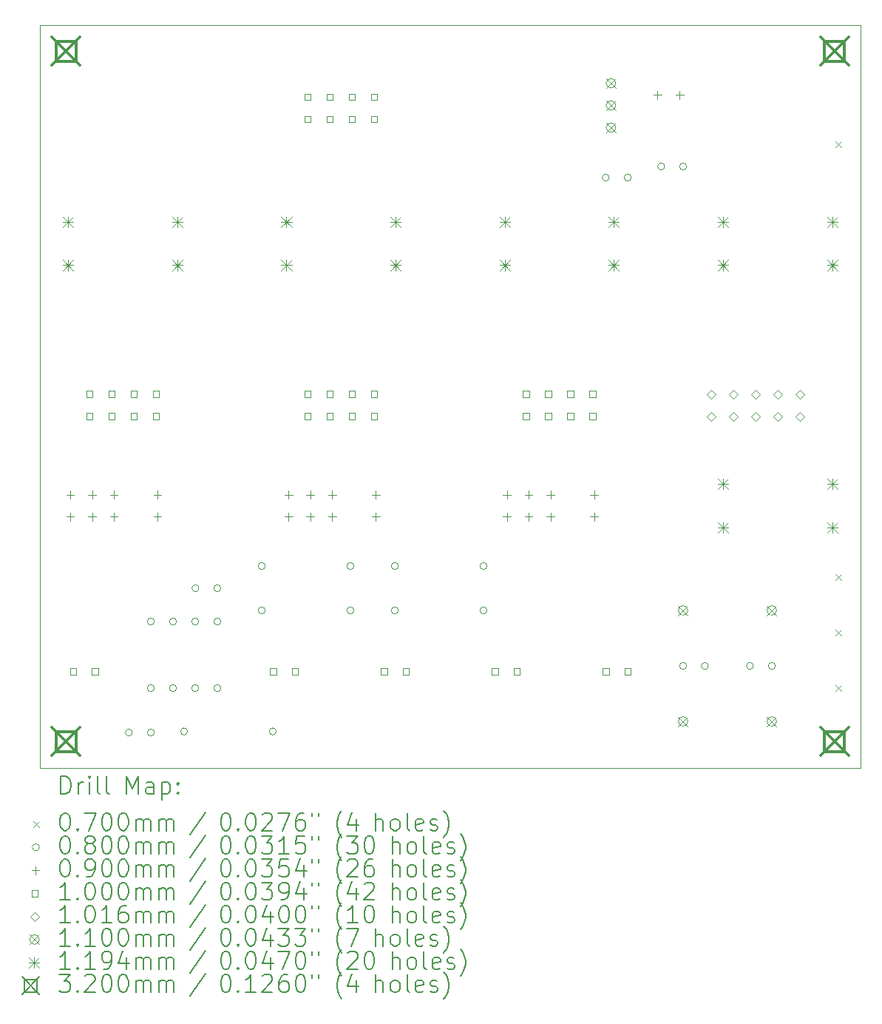
<source format=gbr>
%TF.GenerationSoftware,KiCad,Pcbnew,7.0.0-da2b9df05c~165~ubuntu22.04.1*%
%TF.CreationDate,2023-02-23T21:54:07-05:00*%
%TF.ProjectId,dso138,64736f31-3338-42e6-9b69-6361645f7063,rev?*%
%TF.SameCoordinates,Original*%
%TF.FileFunction,Drillmap*%
%TF.FilePolarity,Positive*%
%FSLAX45Y45*%
G04 Gerber Fmt 4.5, Leading zero omitted, Abs format (unit mm)*
G04 Created by KiCad (PCBNEW 7.0.0-da2b9df05c~165~ubuntu22.04.1) date 2023-02-23 21:54:07*
%MOMM*%
%LPD*%
G01*
G04 APERTURE LIST*
%ADD10C,0.100000*%
%ADD11C,0.200000*%
%ADD12C,0.070000*%
%ADD13C,0.080000*%
%ADD14C,0.090000*%
%ADD15C,0.101600*%
%ADD16C,0.110000*%
%ADD17C,0.119380*%
%ADD18C,0.320000*%
G04 APERTURE END LIST*
D10*
X5300000Y-8000000D02*
X14700000Y-8000000D01*
X14700000Y-8000000D02*
X14700000Y-16500000D01*
X14700000Y-16500000D02*
X5300000Y-16500000D01*
X5300000Y-16500000D02*
X5300000Y-8000000D01*
D11*
D12*
X14410000Y-9330000D02*
X14480000Y-9400000D01*
X14480000Y-9330000D02*
X14410000Y-9400000D01*
X14410000Y-14283000D02*
X14480000Y-14353000D01*
X14480000Y-14283000D02*
X14410000Y-14353000D01*
X14410000Y-14918000D02*
X14480000Y-14988000D01*
X14480000Y-14918000D02*
X14410000Y-14988000D01*
X14410000Y-15553000D02*
X14480000Y-15623000D01*
X14480000Y-15553000D02*
X14410000Y-15623000D01*
D13*
X6361000Y-16096000D02*
G75*
G03*
X6361000Y-16096000I-40000J0D01*
G01*
X6611000Y-16096000D02*
G75*
G03*
X6611000Y-16096000I-40000J0D01*
G01*
X6612000Y-14827000D02*
G75*
G03*
X6612000Y-14827000I-40000J0D01*
G01*
X6612000Y-15589000D02*
G75*
G03*
X6612000Y-15589000I-40000J0D01*
G01*
X6866000Y-14827000D02*
G75*
G03*
X6866000Y-14827000I-40000J0D01*
G01*
X6866000Y-15589000D02*
G75*
G03*
X6866000Y-15589000I-40000J0D01*
G01*
X6992000Y-16083300D02*
G75*
G03*
X6992000Y-16083300I-40000J0D01*
G01*
X7120000Y-14827000D02*
G75*
G03*
X7120000Y-14827000I-40000J0D01*
G01*
X7120000Y-15589000D02*
G75*
G03*
X7120000Y-15589000I-40000J0D01*
G01*
X7123000Y-14446000D02*
G75*
G03*
X7123000Y-14446000I-40000J0D01*
G01*
X7373000Y-14446000D02*
G75*
G03*
X7373000Y-14446000I-40000J0D01*
G01*
X7374000Y-14827000D02*
G75*
G03*
X7374000Y-14827000I-40000J0D01*
G01*
X7374000Y-15589000D02*
G75*
G03*
X7374000Y-15589000I-40000J0D01*
G01*
X7881000Y-14191000D02*
G75*
G03*
X7881000Y-14191000I-40000J0D01*
G01*
X7881000Y-14699000D02*
G75*
G03*
X7881000Y-14699000I-40000J0D01*
G01*
X8008000Y-16083300D02*
G75*
G03*
X8008000Y-16083300I-40000J0D01*
G01*
X8897000Y-14191000D02*
G75*
G03*
X8897000Y-14191000I-40000J0D01*
G01*
X8897000Y-14699000D02*
G75*
G03*
X8897000Y-14699000I-40000J0D01*
G01*
X9405000Y-14191000D02*
G75*
G03*
X9405000Y-14191000I-40000J0D01*
G01*
X9405000Y-14699000D02*
G75*
G03*
X9405000Y-14699000I-40000J0D01*
G01*
X10421000Y-14191000D02*
G75*
G03*
X10421000Y-14191000I-40000J0D01*
G01*
X10421000Y-14699000D02*
G75*
G03*
X10421000Y-14699000I-40000J0D01*
G01*
X11822000Y-9746000D02*
G75*
G03*
X11822000Y-9746000I-40000J0D01*
G01*
X12072000Y-9746000D02*
G75*
G03*
X12072000Y-9746000I-40000J0D01*
G01*
X12457000Y-9619000D02*
G75*
G03*
X12457000Y-9619000I-40000J0D01*
G01*
X12707000Y-9619000D02*
G75*
G03*
X12707000Y-9619000I-40000J0D01*
G01*
X12707000Y-15334000D02*
G75*
G03*
X12707000Y-15334000I-40000J0D01*
G01*
X12957000Y-15334000D02*
G75*
G03*
X12957000Y-15334000I-40000J0D01*
G01*
X13473000Y-15334000D02*
G75*
G03*
X13473000Y-15334000I-40000J0D01*
G01*
X13723000Y-15334000D02*
G75*
G03*
X13723000Y-15334000I-40000J0D01*
G01*
D14*
X5648780Y-13330540D02*
X5648780Y-13420540D01*
X5603780Y-13375540D02*
X5693780Y-13375540D01*
X5648780Y-13580540D02*
X5648780Y-13670540D01*
X5603780Y-13625540D02*
X5693780Y-13625540D01*
X5898780Y-13330540D02*
X5898780Y-13420540D01*
X5853780Y-13375540D02*
X5943780Y-13375540D01*
X5898780Y-13580540D02*
X5898780Y-13670540D01*
X5853780Y-13625540D02*
X5943780Y-13625540D01*
X6148780Y-13330540D02*
X6148780Y-13420540D01*
X6103780Y-13375540D02*
X6193780Y-13375540D01*
X6148780Y-13580540D02*
X6148780Y-13670540D01*
X6103780Y-13625540D02*
X6193780Y-13625540D01*
X6648780Y-13330540D02*
X6648780Y-13420540D01*
X6603780Y-13375540D02*
X6693780Y-13375540D01*
X6648780Y-13580540D02*
X6648780Y-13670540D01*
X6603780Y-13625540D02*
X6693780Y-13625540D01*
X8148780Y-13330540D02*
X8148780Y-13420540D01*
X8103780Y-13375540D02*
X8193780Y-13375540D01*
X8148780Y-13580540D02*
X8148780Y-13670540D01*
X8103780Y-13625540D02*
X8193780Y-13625540D01*
X8398780Y-13330540D02*
X8398780Y-13420540D01*
X8353780Y-13375540D02*
X8443780Y-13375540D01*
X8398780Y-13580540D02*
X8398780Y-13670540D01*
X8353780Y-13625540D02*
X8443780Y-13625540D01*
X8648780Y-13330540D02*
X8648780Y-13420540D01*
X8603780Y-13375540D02*
X8693780Y-13375540D01*
X8648780Y-13580540D02*
X8648780Y-13670540D01*
X8603780Y-13625540D02*
X8693780Y-13625540D01*
X9148780Y-13330540D02*
X9148780Y-13420540D01*
X9103780Y-13375540D02*
X9193780Y-13375540D01*
X9148780Y-13580540D02*
X9148780Y-13670540D01*
X9103780Y-13625540D02*
X9193780Y-13625540D01*
X10648780Y-13330540D02*
X10648780Y-13420540D01*
X10603780Y-13375540D02*
X10693780Y-13375540D01*
X10648780Y-13580540D02*
X10648780Y-13670540D01*
X10603780Y-13625540D02*
X10693780Y-13625540D01*
X10898780Y-13330540D02*
X10898780Y-13420540D01*
X10853780Y-13375540D02*
X10943780Y-13375540D01*
X10898780Y-13580540D02*
X10898780Y-13670540D01*
X10853780Y-13625540D02*
X10943780Y-13625540D01*
X11148780Y-13330540D02*
X11148780Y-13420540D01*
X11103780Y-13375540D02*
X11193780Y-13375540D01*
X11148780Y-13580540D02*
X11148780Y-13670540D01*
X11103780Y-13625540D02*
X11193780Y-13625540D01*
X11648780Y-13330540D02*
X11648780Y-13420540D01*
X11603780Y-13375540D02*
X11693780Y-13375540D01*
X11648780Y-13580540D02*
X11648780Y-13670540D01*
X11603780Y-13625540D02*
X11693780Y-13625540D01*
X12374400Y-8755000D02*
X12374400Y-8845000D01*
X12329400Y-8800000D02*
X12419400Y-8800000D01*
X12628400Y-8755000D02*
X12628400Y-8845000D01*
X12583400Y-8800000D02*
X12673400Y-8800000D01*
D10*
X5717356Y-15432856D02*
X5717356Y-15362144D01*
X5646644Y-15362144D01*
X5646644Y-15432856D01*
X5717356Y-15432856D01*
X5904356Y-12256606D02*
X5904356Y-12185894D01*
X5833644Y-12185894D01*
X5833644Y-12256606D01*
X5904356Y-12256606D01*
X5904356Y-12510606D02*
X5904356Y-12439894D01*
X5833644Y-12439894D01*
X5833644Y-12510606D01*
X5904356Y-12510606D01*
X5967356Y-15432856D02*
X5967356Y-15362144D01*
X5896644Y-15362144D01*
X5896644Y-15432856D01*
X5967356Y-15432856D01*
X6158356Y-12256606D02*
X6158356Y-12185894D01*
X6087644Y-12185894D01*
X6087644Y-12256606D01*
X6158356Y-12256606D01*
X6158356Y-12510606D02*
X6158356Y-12439894D01*
X6087644Y-12439894D01*
X6087644Y-12510606D01*
X6158356Y-12510606D01*
X6412356Y-12256606D02*
X6412356Y-12185894D01*
X6341644Y-12185894D01*
X6341644Y-12256606D01*
X6412356Y-12256606D01*
X6412356Y-12510606D02*
X6412356Y-12439894D01*
X6341644Y-12439894D01*
X6341644Y-12510606D01*
X6412356Y-12510606D01*
X6666356Y-12256606D02*
X6666356Y-12185894D01*
X6595644Y-12185894D01*
X6595644Y-12256606D01*
X6666356Y-12256606D01*
X6666356Y-12510606D02*
X6666356Y-12439894D01*
X6595644Y-12439894D01*
X6595644Y-12510606D01*
X6666356Y-12510606D01*
X8007356Y-15432856D02*
X8007356Y-15362144D01*
X7936644Y-15362144D01*
X7936644Y-15432856D01*
X8007356Y-15432856D01*
X8257356Y-15432856D02*
X8257356Y-15362144D01*
X8186644Y-15362144D01*
X8186644Y-15432856D01*
X8257356Y-15432856D01*
X8404356Y-8856606D02*
X8404356Y-8785894D01*
X8333644Y-8785894D01*
X8333644Y-8856606D01*
X8404356Y-8856606D01*
X8404356Y-9110606D02*
X8404356Y-9039894D01*
X8333644Y-9039894D01*
X8333644Y-9110606D01*
X8404356Y-9110606D01*
X8404356Y-12256606D02*
X8404356Y-12185894D01*
X8333644Y-12185894D01*
X8333644Y-12256606D01*
X8404356Y-12256606D01*
X8404356Y-12510606D02*
X8404356Y-12439894D01*
X8333644Y-12439894D01*
X8333644Y-12510606D01*
X8404356Y-12510606D01*
X8658356Y-8856606D02*
X8658356Y-8785894D01*
X8587644Y-8785894D01*
X8587644Y-8856606D01*
X8658356Y-8856606D01*
X8658356Y-9110606D02*
X8658356Y-9039894D01*
X8587644Y-9039894D01*
X8587644Y-9110606D01*
X8658356Y-9110606D01*
X8658356Y-12256606D02*
X8658356Y-12185894D01*
X8587644Y-12185894D01*
X8587644Y-12256606D01*
X8658356Y-12256606D01*
X8658356Y-12510606D02*
X8658356Y-12439894D01*
X8587644Y-12439894D01*
X8587644Y-12510606D01*
X8658356Y-12510606D01*
X8912356Y-8856606D02*
X8912356Y-8785894D01*
X8841644Y-8785894D01*
X8841644Y-8856606D01*
X8912356Y-8856606D01*
X8912356Y-9110606D02*
X8912356Y-9039894D01*
X8841644Y-9039894D01*
X8841644Y-9110606D01*
X8912356Y-9110606D01*
X8912356Y-12256606D02*
X8912356Y-12185894D01*
X8841644Y-12185894D01*
X8841644Y-12256606D01*
X8912356Y-12256606D01*
X8912356Y-12510606D02*
X8912356Y-12439894D01*
X8841644Y-12439894D01*
X8841644Y-12510606D01*
X8912356Y-12510606D01*
X9166356Y-8856606D02*
X9166356Y-8785894D01*
X9095644Y-8785894D01*
X9095644Y-8856606D01*
X9166356Y-8856606D01*
X9166356Y-9110606D02*
X9166356Y-9039894D01*
X9095644Y-9039894D01*
X9095644Y-9110606D01*
X9166356Y-9110606D01*
X9166356Y-12256606D02*
X9166356Y-12185894D01*
X9095644Y-12185894D01*
X9095644Y-12256606D01*
X9166356Y-12256606D01*
X9166356Y-12510606D02*
X9166356Y-12439894D01*
X9095644Y-12439894D01*
X9095644Y-12510606D01*
X9166356Y-12510606D01*
X9277356Y-15432856D02*
X9277356Y-15362144D01*
X9206644Y-15362144D01*
X9206644Y-15432856D01*
X9277356Y-15432856D01*
X9527356Y-15432856D02*
X9527356Y-15362144D01*
X9456644Y-15362144D01*
X9456644Y-15432856D01*
X9527356Y-15432856D01*
X10547356Y-15432856D02*
X10547356Y-15362144D01*
X10476644Y-15362144D01*
X10476644Y-15432856D01*
X10547356Y-15432856D01*
X10797356Y-15432856D02*
X10797356Y-15362144D01*
X10726644Y-15362144D01*
X10726644Y-15432856D01*
X10797356Y-15432856D01*
X10904356Y-12256606D02*
X10904356Y-12185894D01*
X10833644Y-12185894D01*
X10833644Y-12256606D01*
X10904356Y-12256606D01*
X10904356Y-12510606D02*
X10904356Y-12439894D01*
X10833644Y-12439894D01*
X10833644Y-12510606D01*
X10904356Y-12510606D01*
X11158356Y-12256606D02*
X11158356Y-12185894D01*
X11087644Y-12185894D01*
X11087644Y-12256606D01*
X11158356Y-12256606D01*
X11158356Y-12510606D02*
X11158356Y-12439894D01*
X11087644Y-12439894D01*
X11087644Y-12510606D01*
X11158356Y-12510606D01*
X11412356Y-12256606D02*
X11412356Y-12185894D01*
X11341644Y-12185894D01*
X11341644Y-12256606D01*
X11412356Y-12256606D01*
X11412356Y-12510606D02*
X11412356Y-12439894D01*
X11341644Y-12439894D01*
X11341644Y-12510606D01*
X11412356Y-12510606D01*
X11666356Y-12256606D02*
X11666356Y-12185894D01*
X11595644Y-12185894D01*
X11595644Y-12256606D01*
X11666356Y-12256606D01*
X11666356Y-12510606D02*
X11666356Y-12439894D01*
X11595644Y-12439894D01*
X11595644Y-12510606D01*
X11666356Y-12510606D01*
X11817356Y-15432856D02*
X11817356Y-15362144D01*
X11746644Y-15362144D01*
X11746644Y-15432856D01*
X11817356Y-15432856D01*
X12067356Y-15432856D02*
X12067356Y-15362144D01*
X11996644Y-15362144D01*
X11996644Y-15432856D01*
X12067356Y-15432856D01*
D15*
X12992000Y-12273800D02*
X13042800Y-12223000D01*
X12992000Y-12172200D01*
X12941200Y-12223000D01*
X12992000Y-12273800D01*
X12992000Y-12527800D02*
X13042800Y-12477000D01*
X12992000Y-12426200D01*
X12941200Y-12477000D01*
X12992000Y-12527800D01*
X13246000Y-12273800D02*
X13296800Y-12223000D01*
X13246000Y-12172200D01*
X13195200Y-12223000D01*
X13246000Y-12273800D01*
X13246000Y-12527800D02*
X13296800Y-12477000D01*
X13246000Y-12426200D01*
X13195200Y-12477000D01*
X13246000Y-12527800D01*
X13500000Y-12273800D02*
X13550800Y-12223000D01*
X13500000Y-12172200D01*
X13449200Y-12223000D01*
X13500000Y-12273800D01*
X13500000Y-12527800D02*
X13550800Y-12477000D01*
X13500000Y-12426200D01*
X13449200Y-12477000D01*
X13500000Y-12527800D01*
X13754000Y-12273800D02*
X13804800Y-12223000D01*
X13754000Y-12172200D01*
X13703200Y-12223000D01*
X13754000Y-12273800D01*
X13754000Y-12527800D02*
X13804800Y-12477000D01*
X13754000Y-12426200D01*
X13703200Y-12477000D01*
X13754000Y-12527800D01*
X14008000Y-12273800D02*
X14058800Y-12223000D01*
X14008000Y-12172200D01*
X13957200Y-12223000D01*
X14008000Y-12273800D01*
X14008000Y-12527800D02*
X14058800Y-12477000D01*
X14008000Y-12426200D01*
X13957200Y-12477000D01*
X14008000Y-12527800D01*
D16*
X11786500Y-8611500D02*
X11896500Y-8721500D01*
X11896500Y-8611500D02*
X11786500Y-8721500D01*
X11896500Y-8666500D02*
G75*
G03*
X11896500Y-8666500I-55000J0D01*
G01*
X11786500Y-8865500D02*
X11896500Y-8975500D01*
X11896500Y-8865500D02*
X11786500Y-8975500D01*
X11896500Y-8920500D02*
G75*
G03*
X11896500Y-8920500I-55000J0D01*
G01*
X11786500Y-9119500D02*
X11896500Y-9229500D01*
X11896500Y-9119500D02*
X11786500Y-9229500D01*
X11896500Y-9174500D02*
G75*
G03*
X11896500Y-9174500I-55000J0D01*
G01*
X12612000Y-14644000D02*
X12722000Y-14754000D01*
X12722000Y-14644000D02*
X12612000Y-14754000D01*
X12722000Y-14699000D02*
G75*
G03*
X12722000Y-14699000I-55000J0D01*
G01*
X12612000Y-15914000D02*
X12722000Y-16024000D01*
X12722000Y-15914000D02*
X12612000Y-16024000D01*
X12722000Y-15969000D02*
G75*
G03*
X12722000Y-15969000I-55000J0D01*
G01*
X13628000Y-14644000D02*
X13738000Y-14754000D01*
X13738000Y-14644000D02*
X13628000Y-14754000D01*
X13738000Y-14699000D02*
G75*
G03*
X13738000Y-14699000I-55000J0D01*
G01*
X13628000Y-15914000D02*
X13738000Y-16024000D01*
X13738000Y-15914000D02*
X13628000Y-16024000D01*
X13738000Y-15969000D02*
G75*
G03*
X13738000Y-15969000I-55000J0D01*
G01*
D17*
X5565470Y-10191390D02*
X5684850Y-10310770D01*
X5684850Y-10191390D02*
X5565470Y-10310770D01*
X5625160Y-10191390D02*
X5625160Y-10310770D01*
X5565470Y-10251080D02*
X5684850Y-10251080D01*
X5565470Y-10689230D02*
X5684850Y-10808610D01*
X5684850Y-10689230D02*
X5565470Y-10808610D01*
X5625160Y-10689230D02*
X5625160Y-10808610D01*
X5565470Y-10748920D02*
X5684850Y-10748920D01*
X6815150Y-10191390D02*
X6934530Y-10310770D01*
X6934530Y-10191390D02*
X6815150Y-10310770D01*
X6874840Y-10191390D02*
X6874840Y-10310770D01*
X6815150Y-10251080D02*
X6934530Y-10251080D01*
X6815150Y-10689230D02*
X6934530Y-10808610D01*
X6934530Y-10689230D02*
X6815150Y-10808610D01*
X6874840Y-10689230D02*
X6874840Y-10808610D01*
X6815150Y-10748920D02*
X6934530Y-10748920D01*
X8065470Y-10191390D02*
X8184850Y-10310770D01*
X8184850Y-10191390D02*
X8065470Y-10310770D01*
X8125160Y-10191390D02*
X8125160Y-10310770D01*
X8065470Y-10251080D02*
X8184850Y-10251080D01*
X8065470Y-10689230D02*
X8184850Y-10808610D01*
X8184850Y-10689230D02*
X8065470Y-10808610D01*
X8125160Y-10689230D02*
X8125160Y-10808610D01*
X8065470Y-10748920D02*
X8184850Y-10748920D01*
X9315150Y-10191390D02*
X9434530Y-10310770D01*
X9434530Y-10191390D02*
X9315150Y-10310770D01*
X9374840Y-10191390D02*
X9374840Y-10310770D01*
X9315150Y-10251080D02*
X9434530Y-10251080D01*
X9315150Y-10689230D02*
X9434530Y-10808610D01*
X9434530Y-10689230D02*
X9315150Y-10808610D01*
X9374840Y-10689230D02*
X9374840Y-10808610D01*
X9315150Y-10748920D02*
X9434530Y-10748920D01*
X10565470Y-10191390D02*
X10684850Y-10310770D01*
X10684850Y-10191390D02*
X10565470Y-10310770D01*
X10625160Y-10191390D02*
X10625160Y-10310770D01*
X10565470Y-10251080D02*
X10684850Y-10251080D01*
X10565470Y-10689230D02*
X10684850Y-10808610D01*
X10684850Y-10689230D02*
X10565470Y-10808610D01*
X10625160Y-10689230D02*
X10625160Y-10808610D01*
X10565470Y-10748920D02*
X10684850Y-10748920D01*
X11815150Y-10191390D02*
X11934530Y-10310770D01*
X11934530Y-10191390D02*
X11815150Y-10310770D01*
X11874840Y-10191390D02*
X11874840Y-10310770D01*
X11815150Y-10251080D02*
X11934530Y-10251080D01*
X11815150Y-10689230D02*
X11934530Y-10808610D01*
X11934530Y-10689230D02*
X11815150Y-10808610D01*
X11874840Y-10689230D02*
X11874840Y-10808610D01*
X11815150Y-10748920D02*
X11934530Y-10748920D01*
X13065470Y-10191390D02*
X13184850Y-10310770D01*
X13184850Y-10191390D02*
X13065470Y-10310770D01*
X13125160Y-10191390D02*
X13125160Y-10310770D01*
X13065470Y-10251080D02*
X13184850Y-10251080D01*
X13065470Y-10689230D02*
X13184850Y-10808610D01*
X13184850Y-10689230D02*
X13065470Y-10808610D01*
X13125160Y-10689230D02*
X13125160Y-10808610D01*
X13065470Y-10748920D02*
X13184850Y-10748920D01*
X13065470Y-13191390D02*
X13184850Y-13310770D01*
X13184850Y-13191390D02*
X13065470Y-13310770D01*
X13125160Y-13191390D02*
X13125160Y-13310770D01*
X13065470Y-13251080D02*
X13184850Y-13251080D01*
X13065470Y-13689230D02*
X13184850Y-13808610D01*
X13184850Y-13689230D02*
X13065470Y-13808610D01*
X13125160Y-13689230D02*
X13125160Y-13808610D01*
X13065470Y-13748920D02*
X13184850Y-13748920D01*
X14315150Y-10191390D02*
X14434530Y-10310770D01*
X14434530Y-10191390D02*
X14315150Y-10310770D01*
X14374840Y-10191390D02*
X14374840Y-10310770D01*
X14315150Y-10251080D02*
X14434530Y-10251080D01*
X14315150Y-10689230D02*
X14434530Y-10808610D01*
X14434530Y-10689230D02*
X14315150Y-10808610D01*
X14374840Y-10689230D02*
X14374840Y-10808610D01*
X14315150Y-10748920D02*
X14434530Y-10748920D01*
X14315150Y-13191390D02*
X14434530Y-13310770D01*
X14434530Y-13191390D02*
X14315150Y-13310770D01*
X14374840Y-13191390D02*
X14374840Y-13310770D01*
X14315150Y-13251080D02*
X14434530Y-13251080D01*
X14315150Y-13689230D02*
X14434530Y-13808610D01*
X14434530Y-13689230D02*
X14315150Y-13808610D01*
X14374840Y-13689230D02*
X14374840Y-13808610D01*
X14315150Y-13748920D02*
X14434530Y-13748920D01*
D18*
X5440000Y-8140000D02*
X5760000Y-8460000D01*
X5760000Y-8140000D02*
X5440000Y-8460000D01*
X5713138Y-8413138D02*
X5713138Y-8186862D01*
X5486862Y-8186862D01*
X5486862Y-8413138D01*
X5713138Y-8413138D01*
X5440000Y-16040000D02*
X5760000Y-16360000D01*
X5760000Y-16040000D02*
X5440000Y-16360000D01*
X5713138Y-16313138D02*
X5713138Y-16086862D01*
X5486862Y-16086862D01*
X5486862Y-16313138D01*
X5713138Y-16313138D01*
X14240000Y-8140000D02*
X14560000Y-8460000D01*
X14560000Y-8140000D02*
X14240000Y-8460000D01*
X14513138Y-8413138D02*
X14513138Y-8186862D01*
X14286862Y-8186862D01*
X14286862Y-8413138D01*
X14513138Y-8413138D01*
X14240000Y-16040000D02*
X14560000Y-16360000D01*
X14560000Y-16040000D02*
X14240000Y-16360000D01*
X14513138Y-16313138D02*
X14513138Y-16086862D01*
X14286862Y-16086862D01*
X14286862Y-16313138D01*
X14513138Y-16313138D01*
D11*
X5542619Y-16798476D02*
X5542619Y-16598476D01*
X5542619Y-16598476D02*
X5590238Y-16598476D01*
X5590238Y-16598476D02*
X5618809Y-16608000D01*
X5618809Y-16608000D02*
X5637857Y-16627048D01*
X5637857Y-16627048D02*
X5647381Y-16646095D01*
X5647381Y-16646095D02*
X5656905Y-16684190D01*
X5656905Y-16684190D02*
X5656905Y-16712762D01*
X5656905Y-16712762D02*
X5647381Y-16750857D01*
X5647381Y-16750857D02*
X5637857Y-16769905D01*
X5637857Y-16769905D02*
X5618809Y-16788952D01*
X5618809Y-16788952D02*
X5590238Y-16798476D01*
X5590238Y-16798476D02*
X5542619Y-16798476D01*
X5742619Y-16798476D02*
X5742619Y-16665143D01*
X5742619Y-16703238D02*
X5752143Y-16684190D01*
X5752143Y-16684190D02*
X5761667Y-16674667D01*
X5761667Y-16674667D02*
X5780714Y-16665143D01*
X5780714Y-16665143D02*
X5799762Y-16665143D01*
X5866428Y-16798476D02*
X5866428Y-16665143D01*
X5866428Y-16598476D02*
X5856905Y-16608000D01*
X5856905Y-16608000D02*
X5866428Y-16617524D01*
X5866428Y-16617524D02*
X5875952Y-16608000D01*
X5875952Y-16608000D02*
X5866428Y-16598476D01*
X5866428Y-16598476D02*
X5866428Y-16617524D01*
X5990238Y-16798476D02*
X5971190Y-16788952D01*
X5971190Y-16788952D02*
X5961667Y-16769905D01*
X5961667Y-16769905D02*
X5961667Y-16598476D01*
X6095000Y-16798476D02*
X6075952Y-16788952D01*
X6075952Y-16788952D02*
X6066428Y-16769905D01*
X6066428Y-16769905D02*
X6066428Y-16598476D01*
X6291190Y-16798476D02*
X6291190Y-16598476D01*
X6291190Y-16598476D02*
X6357857Y-16741333D01*
X6357857Y-16741333D02*
X6424524Y-16598476D01*
X6424524Y-16598476D02*
X6424524Y-16798476D01*
X6605476Y-16798476D02*
X6605476Y-16693714D01*
X6605476Y-16693714D02*
X6595952Y-16674667D01*
X6595952Y-16674667D02*
X6576905Y-16665143D01*
X6576905Y-16665143D02*
X6538809Y-16665143D01*
X6538809Y-16665143D02*
X6519762Y-16674667D01*
X6605476Y-16788952D02*
X6586428Y-16798476D01*
X6586428Y-16798476D02*
X6538809Y-16798476D01*
X6538809Y-16798476D02*
X6519762Y-16788952D01*
X6519762Y-16788952D02*
X6510238Y-16769905D01*
X6510238Y-16769905D02*
X6510238Y-16750857D01*
X6510238Y-16750857D02*
X6519762Y-16731809D01*
X6519762Y-16731809D02*
X6538809Y-16722286D01*
X6538809Y-16722286D02*
X6586428Y-16722286D01*
X6586428Y-16722286D02*
X6605476Y-16712762D01*
X6700714Y-16665143D02*
X6700714Y-16865143D01*
X6700714Y-16674667D02*
X6719762Y-16665143D01*
X6719762Y-16665143D02*
X6757857Y-16665143D01*
X6757857Y-16665143D02*
X6776905Y-16674667D01*
X6776905Y-16674667D02*
X6786428Y-16684190D01*
X6786428Y-16684190D02*
X6795952Y-16703238D01*
X6795952Y-16703238D02*
X6795952Y-16760381D01*
X6795952Y-16760381D02*
X6786428Y-16779429D01*
X6786428Y-16779429D02*
X6776905Y-16788952D01*
X6776905Y-16788952D02*
X6757857Y-16798476D01*
X6757857Y-16798476D02*
X6719762Y-16798476D01*
X6719762Y-16798476D02*
X6700714Y-16788952D01*
X6881667Y-16779429D02*
X6891190Y-16788952D01*
X6891190Y-16788952D02*
X6881667Y-16798476D01*
X6881667Y-16798476D02*
X6872143Y-16788952D01*
X6872143Y-16788952D02*
X6881667Y-16779429D01*
X6881667Y-16779429D02*
X6881667Y-16798476D01*
X6881667Y-16674667D02*
X6891190Y-16684190D01*
X6891190Y-16684190D02*
X6881667Y-16693714D01*
X6881667Y-16693714D02*
X6872143Y-16684190D01*
X6872143Y-16684190D02*
X6881667Y-16674667D01*
X6881667Y-16674667D02*
X6881667Y-16693714D01*
D12*
X5225000Y-17110000D02*
X5295000Y-17180000D01*
X5295000Y-17110000D02*
X5225000Y-17180000D01*
D11*
X5580714Y-17018476D02*
X5599762Y-17018476D01*
X5599762Y-17018476D02*
X5618809Y-17028000D01*
X5618809Y-17028000D02*
X5628333Y-17037524D01*
X5628333Y-17037524D02*
X5637857Y-17056571D01*
X5637857Y-17056571D02*
X5647381Y-17094667D01*
X5647381Y-17094667D02*
X5647381Y-17142286D01*
X5647381Y-17142286D02*
X5637857Y-17180381D01*
X5637857Y-17180381D02*
X5628333Y-17199429D01*
X5628333Y-17199429D02*
X5618809Y-17208952D01*
X5618809Y-17208952D02*
X5599762Y-17218476D01*
X5599762Y-17218476D02*
X5580714Y-17218476D01*
X5580714Y-17218476D02*
X5561667Y-17208952D01*
X5561667Y-17208952D02*
X5552143Y-17199429D01*
X5552143Y-17199429D02*
X5542619Y-17180381D01*
X5542619Y-17180381D02*
X5533095Y-17142286D01*
X5533095Y-17142286D02*
X5533095Y-17094667D01*
X5533095Y-17094667D02*
X5542619Y-17056571D01*
X5542619Y-17056571D02*
X5552143Y-17037524D01*
X5552143Y-17037524D02*
X5561667Y-17028000D01*
X5561667Y-17028000D02*
X5580714Y-17018476D01*
X5733095Y-17199429D02*
X5742619Y-17208952D01*
X5742619Y-17208952D02*
X5733095Y-17218476D01*
X5733095Y-17218476D02*
X5723571Y-17208952D01*
X5723571Y-17208952D02*
X5733095Y-17199429D01*
X5733095Y-17199429D02*
X5733095Y-17218476D01*
X5809286Y-17018476D02*
X5942619Y-17018476D01*
X5942619Y-17018476D02*
X5856905Y-17218476D01*
X6056905Y-17018476D02*
X6075952Y-17018476D01*
X6075952Y-17018476D02*
X6095000Y-17028000D01*
X6095000Y-17028000D02*
X6104524Y-17037524D01*
X6104524Y-17037524D02*
X6114048Y-17056571D01*
X6114048Y-17056571D02*
X6123571Y-17094667D01*
X6123571Y-17094667D02*
X6123571Y-17142286D01*
X6123571Y-17142286D02*
X6114048Y-17180381D01*
X6114048Y-17180381D02*
X6104524Y-17199429D01*
X6104524Y-17199429D02*
X6095000Y-17208952D01*
X6095000Y-17208952D02*
X6075952Y-17218476D01*
X6075952Y-17218476D02*
X6056905Y-17218476D01*
X6056905Y-17218476D02*
X6037857Y-17208952D01*
X6037857Y-17208952D02*
X6028333Y-17199429D01*
X6028333Y-17199429D02*
X6018809Y-17180381D01*
X6018809Y-17180381D02*
X6009286Y-17142286D01*
X6009286Y-17142286D02*
X6009286Y-17094667D01*
X6009286Y-17094667D02*
X6018809Y-17056571D01*
X6018809Y-17056571D02*
X6028333Y-17037524D01*
X6028333Y-17037524D02*
X6037857Y-17028000D01*
X6037857Y-17028000D02*
X6056905Y-17018476D01*
X6247381Y-17018476D02*
X6266429Y-17018476D01*
X6266429Y-17018476D02*
X6285476Y-17028000D01*
X6285476Y-17028000D02*
X6295000Y-17037524D01*
X6295000Y-17037524D02*
X6304524Y-17056571D01*
X6304524Y-17056571D02*
X6314048Y-17094667D01*
X6314048Y-17094667D02*
X6314048Y-17142286D01*
X6314048Y-17142286D02*
X6304524Y-17180381D01*
X6304524Y-17180381D02*
X6295000Y-17199429D01*
X6295000Y-17199429D02*
X6285476Y-17208952D01*
X6285476Y-17208952D02*
X6266429Y-17218476D01*
X6266429Y-17218476D02*
X6247381Y-17218476D01*
X6247381Y-17218476D02*
X6228333Y-17208952D01*
X6228333Y-17208952D02*
X6218809Y-17199429D01*
X6218809Y-17199429D02*
X6209286Y-17180381D01*
X6209286Y-17180381D02*
X6199762Y-17142286D01*
X6199762Y-17142286D02*
X6199762Y-17094667D01*
X6199762Y-17094667D02*
X6209286Y-17056571D01*
X6209286Y-17056571D02*
X6218809Y-17037524D01*
X6218809Y-17037524D02*
X6228333Y-17028000D01*
X6228333Y-17028000D02*
X6247381Y-17018476D01*
X6399762Y-17218476D02*
X6399762Y-17085143D01*
X6399762Y-17104190D02*
X6409286Y-17094667D01*
X6409286Y-17094667D02*
X6428333Y-17085143D01*
X6428333Y-17085143D02*
X6456905Y-17085143D01*
X6456905Y-17085143D02*
X6475952Y-17094667D01*
X6475952Y-17094667D02*
X6485476Y-17113714D01*
X6485476Y-17113714D02*
X6485476Y-17218476D01*
X6485476Y-17113714D02*
X6495000Y-17094667D01*
X6495000Y-17094667D02*
X6514048Y-17085143D01*
X6514048Y-17085143D02*
X6542619Y-17085143D01*
X6542619Y-17085143D02*
X6561667Y-17094667D01*
X6561667Y-17094667D02*
X6571190Y-17113714D01*
X6571190Y-17113714D02*
X6571190Y-17218476D01*
X6666429Y-17218476D02*
X6666429Y-17085143D01*
X6666429Y-17104190D02*
X6675952Y-17094667D01*
X6675952Y-17094667D02*
X6695000Y-17085143D01*
X6695000Y-17085143D02*
X6723571Y-17085143D01*
X6723571Y-17085143D02*
X6742619Y-17094667D01*
X6742619Y-17094667D02*
X6752143Y-17113714D01*
X6752143Y-17113714D02*
X6752143Y-17218476D01*
X6752143Y-17113714D02*
X6761667Y-17094667D01*
X6761667Y-17094667D02*
X6780714Y-17085143D01*
X6780714Y-17085143D02*
X6809286Y-17085143D01*
X6809286Y-17085143D02*
X6828333Y-17094667D01*
X6828333Y-17094667D02*
X6837857Y-17113714D01*
X6837857Y-17113714D02*
X6837857Y-17218476D01*
X7195952Y-17008952D02*
X7024524Y-17266095D01*
X7420714Y-17018476D02*
X7439762Y-17018476D01*
X7439762Y-17018476D02*
X7458810Y-17028000D01*
X7458810Y-17028000D02*
X7468333Y-17037524D01*
X7468333Y-17037524D02*
X7477857Y-17056571D01*
X7477857Y-17056571D02*
X7487381Y-17094667D01*
X7487381Y-17094667D02*
X7487381Y-17142286D01*
X7487381Y-17142286D02*
X7477857Y-17180381D01*
X7477857Y-17180381D02*
X7468333Y-17199429D01*
X7468333Y-17199429D02*
X7458810Y-17208952D01*
X7458810Y-17208952D02*
X7439762Y-17218476D01*
X7439762Y-17218476D02*
X7420714Y-17218476D01*
X7420714Y-17218476D02*
X7401667Y-17208952D01*
X7401667Y-17208952D02*
X7392143Y-17199429D01*
X7392143Y-17199429D02*
X7382619Y-17180381D01*
X7382619Y-17180381D02*
X7373095Y-17142286D01*
X7373095Y-17142286D02*
X7373095Y-17094667D01*
X7373095Y-17094667D02*
X7382619Y-17056571D01*
X7382619Y-17056571D02*
X7392143Y-17037524D01*
X7392143Y-17037524D02*
X7401667Y-17028000D01*
X7401667Y-17028000D02*
X7420714Y-17018476D01*
X7573095Y-17199429D02*
X7582619Y-17208952D01*
X7582619Y-17208952D02*
X7573095Y-17218476D01*
X7573095Y-17218476D02*
X7563571Y-17208952D01*
X7563571Y-17208952D02*
X7573095Y-17199429D01*
X7573095Y-17199429D02*
X7573095Y-17218476D01*
X7706429Y-17018476D02*
X7725476Y-17018476D01*
X7725476Y-17018476D02*
X7744524Y-17028000D01*
X7744524Y-17028000D02*
X7754048Y-17037524D01*
X7754048Y-17037524D02*
X7763571Y-17056571D01*
X7763571Y-17056571D02*
X7773095Y-17094667D01*
X7773095Y-17094667D02*
X7773095Y-17142286D01*
X7773095Y-17142286D02*
X7763571Y-17180381D01*
X7763571Y-17180381D02*
X7754048Y-17199429D01*
X7754048Y-17199429D02*
X7744524Y-17208952D01*
X7744524Y-17208952D02*
X7725476Y-17218476D01*
X7725476Y-17218476D02*
X7706429Y-17218476D01*
X7706429Y-17218476D02*
X7687381Y-17208952D01*
X7687381Y-17208952D02*
X7677857Y-17199429D01*
X7677857Y-17199429D02*
X7668333Y-17180381D01*
X7668333Y-17180381D02*
X7658810Y-17142286D01*
X7658810Y-17142286D02*
X7658810Y-17094667D01*
X7658810Y-17094667D02*
X7668333Y-17056571D01*
X7668333Y-17056571D02*
X7677857Y-17037524D01*
X7677857Y-17037524D02*
X7687381Y-17028000D01*
X7687381Y-17028000D02*
X7706429Y-17018476D01*
X7849286Y-17037524D02*
X7858810Y-17028000D01*
X7858810Y-17028000D02*
X7877857Y-17018476D01*
X7877857Y-17018476D02*
X7925476Y-17018476D01*
X7925476Y-17018476D02*
X7944524Y-17028000D01*
X7944524Y-17028000D02*
X7954048Y-17037524D01*
X7954048Y-17037524D02*
X7963571Y-17056571D01*
X7963571Y-17056571D02*
X7963571Y-17075619D01*
X7963571Y-17075619D02*
X7954048Y-17104190D01*
X7954048Y-17104190D02*
X7839762Y-17218476D01*
X7839762Y-17218476D02*
X7963571Y-17218476D01*
X8030238Y-17018476D02*
X8163571Y-17018476D01*
X8163571Y-17018476D02*
X8077857Y-17218476D01*
X8325476Y-17018476D02*
X8287381Y-17018476D01*
X8287381Y-17018476D02*
X8268333Y-17028000D01*
X8268333Y-17028000D02*
X8258810Y-17037524D01*
X8258810Y-17037524D02*
X8239762Y-17066095D01*
X8239762Y-17066095D02*
X8230238Y-17104190D01*
X8230238Y-17104190D02*
X8230238Y-17180381D01*
X8230238Y-17180381D02*
X8239762Y-17199429D01*
X8239762Y-17199429D02*
X8249286Y-17208952D01*
X8249286Y-17208952D02*
X8268333Y-17218476D01*
X8268333Y-17218476D02*
X8306429Y-17218476D01*
X8306429Y-17218476D02*
X8325476Y-17208952D01*
X8325476Y-17208952D02*
X8335000Y-17199429D01*
X8335000Y-17199429D02*
X8344524Y-17180381D01*
X8344524Y-17180381D02*
X8344524Y-17132762D01*
X8344524Y-17132762D02*
X8335000Y-17113714D01*
X8335000Y-17113714D02*
X8325476Y-17104190D01*
X8325476Y-17104190D02*
X8306429Y-17094667D01*
X8306429Y-17094667D02*
X8268333Y-17094667D01*
X8268333Y-17094667D02*
X8249286Y-17104190D01*
X8249286Y-17104190D02*
X8239762Y-17113714D01*
X8239762Y-17113714D02*
X8230238Y-17132762D01*
X8420714Y-17018476D02*
X8420714Y-17056571D01*
X8496905Y-17018476D02*
X8496905Y-17056571D01*
X8759762Y-17294667D02*
X8750238Y-17285143D01*
X8750238Y-17285143D02*
X8731191Y-17256571D01*
X8731191Y-17256571D02*
X8721667Y-17237524D01*
X8721667Y-17237524D02*
X8712143Y-17208952D01*
X8712143Y-17208952D02*
X8702619Y-17161333D01*
X8702619Y-17161333D02*
X8702619Y-17123238D01*
X8702619Y-17123238D02*
X8712143Y-17075619D01*
X8712143Y-17075619D02*
X8721667Y-17047048D01*
X8721667Y-17047048D02*
X8731191Y-17028000D01*
X8731191Y-17028000D02*
X8750238Y-16999429D01*
X8750238Y-16999429D02*
X8759762Y-16989905D01*
X8921667Y-17085143D02*
X8921667Y-17218476D01*
X8874048Y-17008952D02*
X8826429Y-17151810D01*
X8826429Y-17151810D02*
X8950238Y-17151810D01*
X9146429Y-17218476D02*
X9146429Y-17018476D01*
X9232143Y-17218476D02*
X9232143Y-17113714D01*
X9232143Y-17113714D02*
X9222619Y-17094667D01*
X9222619Y-17094667D02*
X9203572Y-17085143D01*
X9203572Y-17085143D02*
X9175000Y-17085143D01*
X9175000Y-17085143D02*
X9155953Y-17094667D01*
X9155953Y-17094667D02*
X9146429Y-17104190D01*
X9355953Y-17218476D02*
X9336905Y-17208952D01*
X9336905Y-17208952D02*
X9327381Y-17199429D01*
X9327381Y-17199429D02*
X9317857Y-17180381D01*
X9317857Y-17180381D02*
X9317857Y-17123238D01*
X9317857Y-17123238D02*
X9327381Y-17104190D01*
X9327381Y-17104190D02*
X9336905Y-17094667D01*
X9336905Y-17094667D02*
X9355953Y-17085143D01*
X9355953Y-17085143D02*
X9384524Y-17085143D01*
X9384524Y-17085143D02*
X9403572Y-17094667D01*
X9403572Y-17094667D02*
X9413095Y-17104190D01*
X9413095Y-17104190D02*
X9422619Y-17123238D01*
X9422619Y-17123238D02*
X9422619Y-17180381D01*
X9422619Y-17180381D02*
X9413095Y-17199429D01*
X9413095Y-17199429D02*
X9403572Y-17208952D01*
X9403572Y-17208952D02*
X9384524Y-17218476D01*
X9384524Y-17218476D02*
X9355953Y-17218476D01*
X9536905Y-17218476D02*
X9517857Y-17208952D01*
X9517857Y-17208952D02*
X9508334Y-17189905D01*
X9508334Y-17189905D02*
X9508334Y-17018476D01*
X9689286Y-17208952D02*
X9670238Y-17218476D01*
X9670238Y-17218476D02*
X9632143Y-17218476D01*
X9632143Y-17218476D02*
X9613095Y-17208952D01*
X9613095Y-17208952D02*
X9603572Y-17189905D01*
X9603572Y-17189905D02*
X9603572Y-17113714D01*
X9603572Y-17113714D02*
X9613095Y-17094667D01*
X9613095Y-17094667D02*
X9632143Y-17085143D01*
X9632143Y-17085143D02*
X9670238Y-17085143D01*
X9670238Y-17085143D02*
X9689286Y-17094667D01*
X9689286Y-17094667D02*
X9698810Y-17113714D01*
X9698810Y-17113714D02*
X9698810Y-17132762D01*
X9698810Y-17132762D02*
X9603572Y-17151810D01*
X9775000Y-17208952D02*
X9794048Y-17218476D01*
X9794048Y-17218476D02*
X9832143Y-17218476D01*
X9832143Y-17218476D02*
X9851191Y-17208952D01*
X9851191Y-17208952D02*
X9860715Y-17189905D01*
X9860715Y-17189905D02*
X9860715Y-17180381D01*
X9860715Y-17180381D02*
X9851191Y-17161333D01*
X9851191Y-17161333D02*
X9832143Y-17151810D01*
X9832143Y-17151810D02*
X9803572Y-17151810D01*
X9803572Y-17151810D02*
X9784524Y-17142286D01*
X9784524Y-17142286D02*
X9775000Y-17123238D01*
X9775000Y-17123238D02*
X9775000Y-17113714D01*
X9775000Y-17113714D02*
X9784524Y-17094667D01*
X9784524Y-17094667D02*
X9803572Y-17085143D01*
X9803572Y-17085143D02*
X9832143Y-17085143D01*
X9832143Y-17085143D02*
X9851191Y-17094667D01*
X9927381Y-17294667D02*
X9936905Y-17285143D01*
X9936905Y-17285143D02*
X9955953Y-17256571D01*
X9955953Y-17256571D02*
X9965476Y-17237524D01*
X9965476Y-17237524D02*
X9975000Y-17208952D01*
X9975000Y-17208952D02*
X9984524Y-17161333D01*
X9984524Y-17161333D02*
X9984524Y-17123238D01*
X9984524Y-17123238D02*
X9975000Y-17075619D01*
X9975000Y-17075619D02*
X9965476Y-17047048D01*
X9965476Y-17047048D02*
X9955953Y-17028000D01*
X9955953Y-17028000D02*
X9936905Y-16999429D01*
X9936905Y-16999429D02*
X9927381Y-16989905D01*
D13*
X5295000Y-17409000D02*
G75*
G03*
X5295000Y-17409000I-40000J0D01*
G01*
D11*
X5580714Y-17282476D02*
X5599762Y-17282476D01*
X5599762Y-17282476D02*
X5618809Y-17292000D01*
X5618809Y-17292000D02*
X5628333Y-17301524D01*
X5628333Y-17301524D02*
X5637857Y-17320571D01*
X5637857Y-17320571D02*
X5647381Y-17358667D01*
X5647381Y-17358667D02*
X5647381Y-17406286D01*
X5647381Y-17406286D02*
X5637857Y-17444381D01*
X5637857Y-17444381D02*
X5628333Y-17463429D01*
X5628333Y-17463429D02*
X5618809Y-17472952D01*
X5618809Y-17472952D02*
X5599762Y-17482476D01*
X5599762Y-17482476D02*
X5580714Y-17482476D01*
X5580714Y-17482476D02*
X5561667Y-17472952D01*
X5561667Y-17472952D02*
X5552143Y-17463429D01*
X5552143Y-17463429D02*
X5542619Y-17444381D01*
X5542619Y-17444381D02*
X5533095Y-17406286D01*
X5533095Y-17406286D02*
X5533095Y-17358667D01*
X5533095Y-17358667D02*
X5542619Y-17320571D01*
X5542619Y-17320571D02*
X5552143Y-17301524D01*
X5552143Y-17301524D02*
X5561667Y-17292000D01*
X5561667Y-17292000D02*
X5580714Y-17282476D01*
X5733095Y-17463429D02*
X5742619Y-17472952D01*
X5742619Y-17472952D02*
X5733095Y-17482476D01*
X5733095Y-17482476D02*
X5723571Y-17472952D01*
X5723571Y-17472952D02*
X5733095Y-17463429D01*
X5733095Y-17463429D02*
X5733095Y-17482476D01*
X5856905Y-17368190D02*
X5837857Y-17358667D01*
X5837857Y-17358667D02*
X5828333Y-17349143D01*
X5828333Y-17349143D02*
X5818809Y-17330095D01*
X5818809Y-17330095D02*
X5818809Y-17320571D01*
X5818809Y-17320571D02*
X5828333Y-17301524D01*
X5828333Y-17301524D02*
X5837857Y-17292000D01*
X5837857Y-17292000D02*
X5856905Y-17282476D01*
X5856905Y-17282476D02*
X5895000Y-17282476D01*
X5895000Y-17282476D02*
X5914048Y-17292000D01*
X5914048Y-17292000D02*
X5923571Y-17301524D01*
X5923571Y-17301524D02*
X5933095Y-17320571D01*
X5933095Y-17320571D02*
X5933095Y-17330095D01*
X5933095Y-17330095D02*
X5923571Y-17349143D01*
X5923571Y-17349143D02*
X5914048Y-17358667D01*
X5914048Y-17358667D02*
X5895000Y-17368190D01*
X5895000Y-17368190D02*
X5856905Y-17368190D01*
X5856905Y-17368190D02*
X5837857Y-17377714D01*
X5837857Y-17377714D02*
X5828333Y-17387238D01*
X5828333Y-17387238D02*
X5818809Y-17406286D01*
X5818809Y-17406286D02*
X5818809Y-17444381D01*
X5818809Y-17444381D02*
X5828333Y-17463429D01*
X5828333Y-17463429D02*
X5837857Y-17472952D01*
X5837857Y-17472952D02*
X5856905Y-17482476D01*
X5856905Y-17482476D02*
X5895000Y-17482476D01*
X5895000Y-17482476D02*
X5914048Y-17472952D01*
X5914048Y-17472952D02*
X5923571Y-17463429D01*
X5923571Y-17463429D02*
X5933095Y-17444381D01*
X5933095Y-17444381D02*
X5933095Y-17406286D01*
X5933095Y-17406286D02*
X5923571Y-17387238D01*
X5923571Y-17387238D02*
X5914048Y-17377714D01*
X5914048Y-17377714D02*
X5895000Y-17368190D01*
X6056905Y-17282476D02*
X6075952Y-17282476D01*
X6075952Y-17282476D02*
X6095000Y-17292000D01*
X6095000Y-17292000D02*
X6104524Y-17301524D01*
X6104524Y-17301524D02*
X6114048Y-17320571D01*
X6114048Y-17320571D02*
X6123571Y-17358667D01*
X6123571Y-17358667D02*
X6123571Y-17406286D01*
X6123571Y-17406286D02*
X6114048Y-17444381D01*
X6114048Y-17444381D02*
X6104524Y-17463429D01*
X6104524Y-17463429D02*
X6095000Y-17472952D01*
X6095000Y-17472952D02*
X6075952Y-17482476D01*
X6075952Y-17482476D02*
X6056905Y-17482476D01*
X6056905Y-17482476D02*
X6037857Y-17472952D01*
X6037857Y-17472952D02*
X6028333Y-17463429D01*
X6028333Y-17463429D02*
X6018809Y-17444381D01*
X6018809Y-17444381D02*
X6009286Y-17406286D01*
X6009286Y-17406286D02*
X6009286Y-17358667D01*
X6009286Y-17358667D02*
X6018809Y-17320571D01*
X6018809Y-17320571D02*
X6028333Y-17301524D01*
X6028333Y-17301524D02*
X6037857Y-17292000D01*
X6037857Y-17292000D02*
X6056905Y-17282476D01*
X6247381Y-17282476D02*
X6266429Y-17282476D01*
X6266429Y-17282476D02*
X6285476Y-17292000D01*
X6285476Y-17292000D02*
X6295000Y-17301524D01*
X6295000Y-17301524D02*
X6304524Y-17320571D01*
X6304524Y-17320571D02*
X6314048Y-17358667D01*
X6314048Y-17358667D02*
X6314048Y-17406286D01*
X6314048Y-17406286D02*
X6304524Y-17444381D01*
X6304524Y-17444381D02*
X6295000Y-17463429D01*
X6295000Y-17463429D02*
X6285476Y-17472952D01*
X6285476Y-17472952D02*
X6266429Y-17482476D01*
X6266429Y-17482476D02*
X6247381Y-17482476D01*
X6247381Y-17482476D02*
X6228333Y-17472952D01*
X6228333Y-17472952D02*
X6218809Y-17463429D01*
X6218809Y-17463429D02*
X6209286Y-17444381D01*
X6209286Y-17444381D02*
X6199762Y-17406286D01*
X6199762Y-17406286D02*
X6199762Y-17358667D01*
X6199762Y-17358667D02*
X6209286Y-17320571D01*
X6209286Y-17320571D02*
X6218809Y-17301524D01*
X6218809Y-17301524D02*
X6228333Y-17292000D01*
X6228333Y-17292000D02*
X6247381Y-17282476D01*
X6399762Y-17482476D02*
X6399762Y-17349143D01*
X6399762Y-17368190D02*
X6409286Y-17358667D01*
X6409286Y-17358667D02*
X6428333Y-17349143D01*
X6428333Y-17349143D02*
X6456905Y-17349143D01*
X6456905Y-17349143D02*
X6475952Y-17358667D01*
X6475952Y-17358667D02*
X6485476Y-17377714D01*
X6485476Y-17377714D02*
X6485476Y-17482476D01*
X6485476Y-17377714D02*
X6495000Y-17358667D01*
X6495000Y-17358667D02*
X6514048Y-17349143D01*
X6514048Y-17349143D02*
X6542619Y-17349143D01*
X6542619Y-17349143D02*
X6561667Y-17358667D01*
X6561667Y-17358667D02*
X6571190Y-17377714D01*
X6571190Y-17377714D02*
X6571190Y-17482476D01*
X6666429Y-17482476D02*
X6666429Y-17349143D01*
X6666429Y-17368190D02*
X6675952Y-17358667D01*
X6675952Y-17358667D02*
X6695000Y-17349143D01*
X6695000Y-17349143D02*
X6723571Y-17349143D01*
X6723571Y-17349143D02*
X6742619Y-17358667D01*
X6742619Y-17358667D02*
X6752143Y-17377714D01*
X6752143Y-17377714D02*
X6752143Y-17482476D01*
X6752143Y-17377714D02*
X6761667Y-17358667D01*
X6761667Y-17358667D02*
X6780714Y-17349143D01*
X6780714Y-17349143D02*
X6809286Y-17349143D01*
X6809286Y-17349143D02*
X6828333Y-17358667D01*
X6828333Y-17358667D02*
X6837857Y-17377714D01*
X6837857Y-17377714D02*
X6837857Y-17482476D01*
X7195952Y-17272952D02*
X7024524Y-17530095D01*
X7420714Y-17282476D02*
X7439762Y-17282476D01*
X7439762Y-17282476D02*
X7458810Y-17292000D01*
X7458810Y-17292000D02*
X7468333Y-17301524D01*
X7468333Y-17301524D02*
X7477857Y-17320571D01*
X7477857Y-17320571D02*
X7487381Y-17358667D01*
X7487381Y-17358667D02*
X7487381Y-17406286D01*
X7487381Y-17406286D02*
X7477857Y-17444381D01*
X7477857Y-17444381D02*
X7468333Y-17463429D01*
X7468333Y-17463429D02*
X7458810Y-17472952D01*
X7458810Y-17472952D02*
X7439762Y-17482476D01*
X7439762Y-17482476D02*
X7420714Y-17482476D01*
X7420714Y-17482476D02*
X7401667Y-17472952D01*
X7401667Y-17472952D02*
X7392143Y-17463429D01*
X7392143Y-17463429D02*
X7382619Y-17444381D01*
X7382619Y-17444381D02*
X7373095Y-17406286D01*
X7373095Y-17406286D02*
X7373095Y-17358667D01*
X7373095Y-17358667D02*
X7382619Y-17320571D01*
X7382619Y-17320571D02*
X7392143Y-17301524D01*
X7392143Y-17301524D02*
X7401667Y-17292000D01*
X7401667Y-17292000D02*
X7420714Y-17282476D01*
X7573095Y-17463429D02*
X7582619Y-17472952D01*
X7582619Y-17472952D02*
X7573095Y-17482476D01*
X7573095Y-17482476D02*
X7563571Y-17472952D01*
X7563571Y-17472952D02*
X7573095Y-17463429D01*
X7573095Y-17463429D02*
X7573095Y-17482476D01*
X7706429Y-17282476D02*
X7725476Y-17282476D01*
X7725476Y-17282476D02*
X7744524Y-17292000D01*
X7744524Y-17292000D02*
X7754048Y-17301524D01*
X7754048Y-17301524D02*
X7763571Y-17320571D01*
X7763571Y-17320571D02*
X7773095Y-17358667D01*
X7773095Y-17358667D02*
X7773095Y-17406286D01*
X7773095Y-17406286D02*
X7763571Y-17444381D01*
X7763571Y-17444381D02*
X7754048Y-17463429D01*
X7754048Y-17463429D02*
X7744524Y-17472952D01*
X7744524Y-17472952D02*
X7725476Y-17482476D01*
X7725476Y-17482476D02*
X7706429Y-17482476D01*
X7706429Y-17482476D02*
X7687381Y-17472952D01*
X7687381Y-17472952D02*
X7677857Y-17463429D01*
X7677857Y-17463429D02*
X7668333Y-17444381D01*
X7668333Y-17444381D02*
X7658810Y-17406286D01*
X7658810Y-17406286D02*
X7658810Y-17358667D01*
X7658810Y-17358667D02*
X7668333Y-17320571D01*
X7668333Y-17320571D02*
X7677857Y-17301524D01*
X7677857Y-17301524D02*
X7687381Y-17292000D01*
X7687381Y-17292000D02*
X7706429Y-17282476D01*
X7839762Y-17282476D02*
X7963571Y-17282476D01*
X7963571Y-17282476D02*
X7896905Y-17358667D01*
X7896905Y-17358667D02*
X7925476Y-17358667D01*
X7925476Y-17358667D02*
X7944524Y-17368190D01*
X7944524Y-17368190D02*
X7954048Y-17377714D01*
X7954048Y-17377714D02*
X7963571Y-17396762D01*
X7963571Y-17396762D02*
X7963571Y-17444381D01*
X7963571Y-17444381D02*
X7954048Y-17463429D01*
X7954048Y-17463429D02*
X7944524Y-17472952D01*
X7944524Y-17472952D02*
X7925476Y-17482476D01*
X7925476Y-17482476D02*
X7868333Y-17482476D01*
X7868333Y-17482476D02*
X7849286Y-17472952D01*
X7849286Y-17472952D02*
X7839762Y-17463429D01*
X8154048Y-17482476D02*
X8039762Y-17482476D01*
X8096905Y-17482476D02*
X8096905Y-17282476D01*
X8096905Y-17282476D02*
X8077857Y-17311048D01*
X8077857Y-17311048D02*
X8058810Y-17330095D01*
X8058810Y-17330095D02*
X8039762Y-17339619D01*
X8335000Y-17282476D02*
X8239762Y-17282476D01*
X8239762Y-17282476D02*
X8230238Y-17377714D01*
X8230238Y-17377714D02*
X8239762Y-17368190D01*
X8239762Y-17368190D02*
X8258810Y-17358667D01*
X8258810Y-17358667D02*
X8306429Y-17358667D01*
X8306429Y-17358667D02*
X8325476Y-17368190D01*
X8325476Y-17368190D02*
X8335000Y-17377714D01*
X8335000Y-17377714D02*
X8344524Y-17396762D01*
X8344524Y-17396762D02*
X8344524Y-17444381D01*
X8344524Y-17444381D02*
X8335000Y-17463429D01*
X8335000Y-17463429D02*
X8325476Y-17472952D01*
X8325476Y-17472952D02*
X8306429Y-17482476D01*
X8306429Y-17482476D02*
X8258810Y-17482476D01*
X8258810Y-17482476D02*
X8239762Y-17472952D01*
X8239762Y-17472952D02*
X8230238Y-17463429D01*
X8420714Y-17282476D02*
X8420714Y-17320571D01*
X8496905Y-17282476D02*
X8496905Y-17320571D01*
X8759762Y-17558667D02*
X8750238Y-17549143D01*
X8750238Y-17549143D02*
X8731191Y-17520571D01*
X8731191Y-17520571D02*
X8721667Y-17501524D01*
X8721667Y-17501524D02*
X8712143Y-17472952D01*
X8712143Y-17472952D02*
X8702619Y-17425333D01*
X8702619Y-17425333D02*
X8702619Y-17387238D01*
X8702619Y-17387238D02*
X8712143Y-17339619D01*
X8712143Y-17339619D02*
X8721667Y-17311048D01*
X8721667Y-17311048D02*
X8731191Y-17292000D01*
X8731191Y-17292000D02*
X8750238Y-17263429D01*
X8750238Y-17263429D02*
X8759762Y-17253905D01*
X8816905Y-17282476D02*
X8940714Y-17282476D01*
X8940714Y-17282476D02*
X8874048Y-17358667D01*
X8874048Y-17358667D02*
X8902619Y-17358667D01*
X8902619Y-17358667D02*
X8921667Y-17368190D01*
X8921667Y-17368190D02*
X8931191Y-17377714D01*
X8931191Y-17377714D02*
X8940714Y-17396762D01*
X8940714Y-17396762D02*
X8940714Y-17444381D01*
X8940714Y-17444381D02*
X8931191Y-17463429D01*
X8931191Y-17463429D02*
X8921667Y-17472952D01*
X8921667Y-17472952D02*
X8902619Y-17482476D01*
X8902619Y-17482476D02*
X8845476Y-17482476D01*
X8845476Y-17482476D02*
X8826429Y-17472952D01*
X8826429Y-17472952D02*
X8816905Y-17463429D01*
X9064524Y-17282476D02*
X9083572Y-17282476D01*
X9083572Y-17282476D02*
X9102619Y-17292000D01*
X9102619Y-17292000D02*
X9112143Y-17301524D01*
X9112143Y-17301524D02*
X9121667Y-17320571D01*
X9121667Y-17320571D02*
X9131191Y-17358667D01*
X9131191Y-17358667D02*
X9131191Y-17406286D01*
X9131191Y-17406286D02*
X9121667Y-17444381D01*
X9121667Y-17444381D02*
X9112143Y-17463429D01*
X9112143Y-17463429D02*
X9102619Y-17472952D01*
X9102619Y-17472952D02*
X9083572Y-17482476D01*
X9083572Y-17482476D02*
X9064524Y-17482476D01*
X9064524Y-17482476D02*
X9045476Y-17472952D01*
X9045476Y-17472952D02*
X9035953Y-17463429D01*
X9035953Y-17463429D02*
X9026429Y-17444381D01*
X9026429Y-17444381D02*
X9016905Y-17406286D01*
X9016905Y-17406286D02*
X9016905Y-17358667D01*
X9016905Y-17358667D02*
X9026429Y-17320571D01*
X9026429Y-17320571D02*
X9035953Y-17301524D01*
X9035953Y-17301524D02*
X9045476Y-17292000D01*
X9045476Y-17292000D02*
X9064524Y-17282476D01*
X9336905Y-17482476D02*
X9336905Y-17282476D01*
X9422619Y-17482476D02*
X9422619Y-17377714D01*
X9422619Y-17377714D02*
X9413095Y-17358667D01*
X9413095Y-17358667D02*
X9394048Y-17349143D01*
X9394048Y-17349143D02*
X9365476Y-17349143D01*
X9365476Y-17349143D02*
X9346429Y-17358667D01*
X9346429Y-17358667D02*
X9336905Y-17368190D01*
X9546429Y-17482476D02*
X9527381Y-17472952D01*
X9527381Y-17472952D02*
X9517857Y-17463429D01*
X9517857Y-17463429D02*
X9508334Y-17444381D01*
X9508334Y-17444381D02*
X9508334Y-17387238D01*
X9508334Y-17387238D02*
X9517857Y-17368190D01*
X9517857Y-17368190D02*
X9527381Y-17358667D01*
X9527381Y-17358667D02*
X9546429Y-17349143D01*
X9546429Y-17349143D02*
X9575000Y-17349143D01*
X9575000Y-17349143D02*
X9594048Y-17358667D01*
X9594048Y-17358667D02*
X9603572Y-17368190D01*
X9603572Y-17368190D02*
X9613095Y-17387238D01*
X9613095Y-17387238D02*
X9613095Y-17444381D01*
X9613095Y-17444381D02*
X9603572Y-17463429D01*
X9603572Y-17463429D02*
X9594048Y-17472952D01*
X9594048Y-17472952D02*
X9575000Y-17482476D01*
X9575000Y-17482476D02*
X9546429Y-17482476D01*
X9727381Y-17482476D02*
X9708334Y-17472952D01*
X9708334Y-17472952D02*
X9698810Y-17453905D01*
X9698810Y-17453905D02*
X9698810Y-17282476D01*
X9879762Y-17472952D02*
X9860715Y-17482476D01*
X9860715Y-17482476D02*
X9822619Y-17482476D01*
X9822619Y-17482476D02*
X9803572Y-17472952D01*
X9803572Y-17472952D02*
X9794048Y-17453905D01*
X9794048Y-17453905D02*
X9794048Y-17377714D01*
X9794048Y-17377714D02*
X9803572Y-17358667D01*
X9803572Y-17358667D02*
X9822619Y-17349143D01*
X9822619Y-17349143D02*
X9860715Y-17349143D01*
X9860715Y-17349143D02*
X9879762Y-17358667D01*
X9879762Y-17358667D02*
X9889286Y-17377714D01*
X9889286Y-17377714D02*
X9889286Y-17396762D01*
X9889286Y-17396762D02*
X9794048Y-17415810D01*
X9965476Y-17472952D02*
X9984524Y-17482476D01*
X9984524Y-17482476D02*
X10022619Y-17482476D01*
X10022619Y-17482476D02*
X10041667Y-17472952D01*
X10041667Y-17472952D02*
X10051191Y-17453905D01*
X10051191Y-17453905D02*
X10051191Y-17444381D01*
X10051191Y-17444381D02*
X10041667Y-17425333D01*
X10041667Y-17425333D02*
X10022619Y-17415810D01*
X10022619Y-17415810D02*
X9994048Y-17415810D01*
X9994048Y-17415810D02*
X9975000Y-17406286D01*
X9975000Y-17406286D02*
X9965476Y-17387238D01*
X9965476Y-17387238D02*
X9965476Y-17377714D01*
X9965476Y-17377714D02*
X9975000Y-17358667D01*
X9975000Y-17358667D02*
X9994048Y-17349143D01*
X9994048Y-17349143D02*
X10022619Y-17349143D01*
X10022619Y-17349143D02*
X10041667Y-17358667D01*
X10117857Y-17558667D02*
X10127381Y-17549143D01*
X10127381Y-17549143D02*
X10146429Y-17520571D01*
X10146429Y-17520571D02*
X10155953Y-17501524D01*
X10155953Y-17501524D02*
X10165476Y-17472952D01*
X10165476Y-17472952D02*
X10175000Y-17425333D01*
X10175000Y-17425333D02*
X10175000Y-17387238D01*
X10175000Y-17387238D02*
X10165476Y-17339619D01*
X10165476Y-17339619D02*
X10155953Y-17311048D01*
X10155953Y-17311048D02*
X10146429Y-17292000D01*
X10146429Y-17292000D02*
X10127381Y-17263429D01*
X10127381Y-17263429D02*
X10117857Y-17253905D01*
D14*
X5250000Y-17628000D02*
X5250000Y-17718000D01*
X5205000Y-17673000D02*
X5295000Y-17673000D01*
D11*
X5580714Y-17546476D02*
X5599762Y-17546476D01*
X5599762Y-17546476D02*
X5618809Y-17556000D01*
X5618809Y-17556000D02*
X5628333Y-17565524D01*
X5628333Y-17565524D02*
X5637857Y-17584571D01*
X5637857Y-17584571D02*
X5647381Y-17622667D01*
X5647381Y-17622667D02*
X5647381Y-17670286D01*
X5647381Y-17670286D02*
X5637857Y-17708381D01*
X5637857Y-17708381D02*
X5628333Y-17727429D01*
X5628333Y-17727429D02*
X5618809Y-17736952D01*
X5618809Y-17736952D02*
X5599762Y-17746476D01*
X5599762Y-17746476D02*
X5580714Y-17746476D01*
X5580714Y-17746476D02*
X5561667Y-17736952D01*
X5561667Y-17736952D02*
X5552143Y-17727429D01*
X5552143Y-17727429D02*
X5542619Y-17708381D01*
X5542619Y-17708381D02*
X5533095Y-17670286D01*
X5533095Y-17670286D02*
X5533095Y-17622667D01*
X5533095Y-17622667D02*
X5542619Y-17584571D01*
X5542619Y-17584571D02*
X5552143Y-17565524D01*
X5552143Y-17565524D02*
X5561667Y-17556000D01*
X5561667Y-17556000D02*
X5580714Y-17546476D01*
X5733095Y-17727429D02*
X5742619Y-17736952D01*
X5742619Y-17736952D02*
X5733095Y-17746476D01*
X5733095Y-17746476D02*
X5723571Y-17736952D01*
X5723571Y-17736952D02*
X5733095Y-17727429D01*
X5733095Y-17727429D02*
X5733095Y-17746476D01*
X5837857Y-17746476D02*
X5875952Y-17746476D01*
X5875952Y-17746476D02*
X5895000Y-17736952D01*
X5895000Y-17736952D02*
X5904524Y-17727429D01*
X5904524Y-17727429D02*
X5923571Y-17698857D01*
X5923571Y-17698857D02*
X5933095Y-17660762D01*
X5933095Y-17660762D02*
X5933095Y-17584571D01*
X5933095Y-17584571D02*
X5923571Y-17565524D01*
X5923571Y-17565524D02*
X5914048Y-17556000D01*
X5914048Y-17556000D02*
X5895000Y-17546476D01*
X5895000Y-17546476D02*
X5856905Y-17546476D01*
X5856905Y-17546476D02*
X5837857Y-17556000D01*
X5837857Y-17556000D02*
X5828333Y-17565524D01*
X5828333Y-17565524D02*
X5818809Y-17584571D01*
X5818809Y-17584571D02*
X5818809Y-17632190D01*
X5818809Y-17632190D02*
X5828333Y-17651238D01*
X5828333Y-17651238D02*
X5837857Y-17660762D01*
X5837857Y-17660762D02*
X5856905Y-17670286D01*
X5856905Y-17670286D02*
X5895000Y-17670286D01*
X5895000Y-17670286D02*
X5914048Y-17660762D01*
X5914048Y-17660762D02*
X5923571Y-17651238D01*
X5923571Y-17651238D02*
X5933095Y-17632190D01*
X6056905Y-17546476D02*
X6075952Y-17546476D01*
X6075952Y-17546476D02*
X6095000Y-17556000D01*
X6095000Y-17556000D02*
X6104524Y-17565524D01*
X6104524Y-17565524D02*
X6114048Y-17584571D01*
X6114048Y-17584571D02*
X6123571Y-17622667D01*
X6123571Y-17622667D02*
X6123571Y-17670286D01*
X6123571Y-17670286D02*
X6114048Y-17708381D01*
X6114048Y-17708381D02*
X6104524Y-17727429D01*
X6104524Y-17727429D02*
X6095000Y-17736952D01*
X6095000Y-17736952D02*
X6075952Y-17746476D01*
X6075952Y-17746476D02*
X6056905Y-17746476D01*
X6056905Y-17746476D02*
X6037857Y-17736952D01*
X6037857Y-17736952D02*
X6028333Y-17727429D01*
X6028333Y-17727429D02*
X6018809Y-17708381D01*
X6018809Y-17708381D02*
X6009286Y-17670286D01*
X6009286Y-17670286D02*
X6009286Y-17622667D01*
X6009286Y-17622667D02*
X6018809Y-17584571D01*
X6018809Y-17584571D02*
X6028333Y-17565524D01*
X6028333Y-17565524D02*
X6037857Y-17556000D01*
X6037857Y-17556000D02*
X6056905Y-17546476D01*
X6247381Y-17546476D02*
X6266429Y-17546476D01*
X6266429Y-17546476D02*
X6285476Y-17556000D01*
X6285476Y-17556000D02*
X6295000Y-17565524D01*
X6295000Y-17565524D02*
X6304524Y-17584571D01*
X6304524Y-17584571D02*
X6314048Y-17622667D01*
X6314048Y-17622667D02*
X6314048Y-17670286D01*
X6314048Y-17670286D02*
X6304524Y-17708381D01*
X6304524Y-17708381D02*
X6295000Y-17727429D01*
X6295000Y-17727429D02*
X6285476Y-17736952D01*
X6285476Y-17736952D02*
X6266429Y-17746476D01*
X6266429Y-17746476D02*
X6247381Y-17746476D01*
X6247381Y-17746476D02*
X6228333Y-17736952D01*
X6228333Y-17736952D02*
X6218809Y-17727429D01*
X6218809Y-17727429D02*
X6209286Y-17708381D01*
X6209286Y-17708381D02*
X6199762Y-17670286D01*
X6199762Y-17670286D02*
X6199762Y-17622667D01*
X6199762Y-17622667D02*
X6209286Y-17584571D01*
X6209286Y-17584571D02*
X6218809Y-17565524D01*
X6218809Y-17565524D02*
X6228333Y-17556000D01*
X6228333Y-17556000D02*
X6247381Y-17546476D01*
X6399762Y-17746476D02*
X6399762Y-17613143D01*
X6399762Y-17632190D02*
X6409286Y-17622667D01*
X6409286Y-17622667D02*
X6428333Y-17613143D01*
X6428333Y-17613143D02*
X6456905Y-17613143D01*
X6456905Y-17613143D02*
X6475952Y-17622667D01*
X6475952Y-17622667D02*
X6485476Y-17641714D01*
X6485476Y-17641714D02*
X6485476Y-17746476D01*
X6485476Y-17641714D02*
X6495000Y-17622667D01*
X6495000Y-17622667D02*
X6514048Y-17613143D01*
X6514048Y-17613143D02*
X6542619Y-17613143D01*
X6542619Y-17613143D02*
X6561667Y-17622667D01*
X6561667Y-17622667D02*
X6571190Y-17641714D01*
X6571190Y-17641714D02*
X6571190Y-17746476D01*
X6666429Y-17746476D02*
X6666429Y-17613143D01*
X6666429Y-17632190D02*
X6675952Y-17622667D01*
X6675952Y-17622667D02*
X6695000Y-17613143D01*
X6695000Y-17613143D02*
X6723571Y-17613143D01*
X6723571Y-17613143D02*
X6742619Y-17622667D01*
X6742619Y-17622667D02*
X6752143Y-17641714D01*
X6752143Y-17641714D02*
X6752143Y-17746476D01*
X6752143Y-17641714D02*
X6761667Y-17622667D01*
X6761667Y-17622667D02*
X6780714Y-17613143D01*
X6780714Y-17613143D02*
X6809286Y-17613143D01*
X6809286Y-17613143D02*
X6828333Y-17622667D01*
X6828333Y-17622667D02*
X6837857Y-17641714D01*
X6837857Y-17641714D02*
X6837857Y-17746476D01*
X7195952Y-17536952D02*
X7024524Y-17794095D01*
X7420714Y-17546476D02*
X7439762Y-17546476D01*
X7439762Y-17546476D02*
X7458810Y-17556000D01*
X7458810Y-17556000D02*
X7468333Y-17565524D01*
X7468333Y-17565524D02*
X7477857Y-17584571D01*
X7477857Y-17584571D02*
X7487381Y-17622667D01*
X7487381Y-17622667D02*
X7487381Y-17670286D01*
X7487381Y-17670286D02*
X7477857Y-17708381D01*
X7477857Y-17708381D02*
X7468333Y-17727429D01*
X7468333Y-17727429D02*
X7458810Y-17736952D01*
X7458810Y-17736952D02*
X7439762Y-17746476D01*
X7439762Y-17746476D02*
X7420714Y-17746476D01*
X7420714Y-17746476D02*
X7401667Y-17736952D01*
X7401667Y-17736952D02*
X7392143Y-17727429D01*
X7392143Y-17727429D02*
X7382619Y-17708381D01*
X7382619Y-17708381D02*
X7373095Y-17670286D01*
X7373095Y-17670286D02*
X7373095Y-17622667D01*
X7373095Y-17622667D02*
X7382619Y-17584571D01*
X7382619Y-17584571D02*
X7392143Y-17565524D01*
X7392143Y-17565524D02*
X7401667Y-17556000D01*
X7401667Y-17556000D02*
X7420714Y-17546476D01*
X7573095Y-17727429D02*
X7582619Y-17736952D01*
X7582619Y-17736952D02*
X7573095Y-17746476D01*
X7573095Y-17746476D02*
X7563571Y-17736952D01*
X7563571Y-17736952D02*
X7573095Y-17727429D01*
X7573095Y-17727429D02*
X7573095Y-17746476D01*
X7706429Y-17546476D02*
X7725476Y-17546476D01*
X7725476Y-17546476D02*
X7744524Y-17556000D01*
X7744524Y-17556000D02*
X7754048Y-17565524D01*
X7754048Y-17565524D02*
X7763571Y-17584571D01*
X7763571Y-17584571D02*
X7773095Y-17622667D01*
X7773095Y-17622667D02*
X7773095Y-17670286D01*
X7773095Y-17670286D02*
X7763571Y-17708381D01*
X7763571Y-17708381D02*
X7754048Y-17727429D01*
X7754048Y-17727429D02*
X7744524Y-17736952D01*
X7744524Y-17736952D02*
X7725476Y-17746476D01*
X7725476Y-17746476D02*
X7706429Y-17746476D01*
X7706429Y-17746476D02*
X7687381Y-17736952D01*
X7687381Y-17736952D02*
X7677857Y-17727429D01*
X7677857Y-17727429D02*
X7668333Y-17708381D01*
X7668333Y-17708381D02*
X7658810Y-17670286D01*
X7658810Y-17670286D02*
X7658810Y-17622667D01*
X7658810Y-17622667D02*
X7668333Y-17584571D01*
X7668333Y-17584571D02*
X7677857Y-17565524D01*
X7677857Y-17565524D02*
X7687381Y-17556000D01*
X7687381Y-17556000D02*
X7706429Y-17546476D01*
X7839762Y-17546476D02*
X7963571Y-17546476D01*
X7963571Y-17546476D02*
X7896905Y-17622667D01*
X7896905Y-17622667D02*
X7925476Y-17622667D01*
X7925476Y-17622667D02*
X7944524Y-17632190D01*
X7944524Y-17632190D02*
X7954048Y-17641714D01*
X7954048Y-17641714D02*
X7963571Y-17660762D01*
X7963571Y-17660762D02*
X7963571Y-17708381D01*
X7963571Y-17708381D02*
X7954048Y-17727429D01*
X7954048Y-17727429D02*
X7944524Y-17736952D01*
X7944524Y-17736952D02*
X7925476Y-17746476D01*
X7925476Y-17746476D02*
X7868333Y-17746476D01*
X7868333Y-17746476D02*
X7849286Y-17736952D01*
X7849286Y-17736952D02*
X7839762Y-17727429D01*
X8144524Y-17546476D02*
X8049286Y-17546476D01*
X8049286Y-17546476D02*
X8039762Y-17641714D01*
X8039762Y-17641714D02*
X8049286Y-17632190D01*
X8049286Y-17632190D02*
X8068333Y-17622667D01*
X8068333Y-17622667D02*
X8115952Y-17622667D01*
X8115952Y-17622667D02*
X8135000Y-17632190D01*
X8135000Y-17632190D02*
X8144524Y-17641714D01*
X8144524Y-17641714D02*
X8154048Y-17660762D01*
X8154048Y-17660762D02*
X8154048Y-17708381D01*
X8154048Y-17708381D02*
X8144524Y-17727429D01*
X8144524Y-17727429D02*
X8135000Y-17736952D01*
X8135000Y-17736952D02*
X8115952Y-17746476D01*
X8115952Y-17746476D02*
X8068333Y-17746476D01*
X8068333Y-17746476D02*
X8049286Y-17736952D01*
X8049286Y-17736952D02*
X8039762Y-17727429D01*
X8325476Y-17613143D02*
X8325476Y-17746476D01*
X8277857Y-17536952D02*
X8230238Y-17679810D01*
X8230238Y-17679810D02*
X8354048Y-17679810D01*
X8420714Y-17546476D02*
X8420714Y-17584571D01*
X8496905Y-17546476D02*
X8496905Y-17584571D01*
X8759762Y-17822667D02*
X8750238Y-17813143D01*
X8750238Y-17813143D02*
X8731191Y-17784571D01*
X8731191Y-17784571D02*
X8721667Y-17765524D01*
X8721667Y-17765524D02*
X8712143Y-17736952D01*
X8712143Y-17736952D02*
X8702619Y-17689333D01*
X8702619Y-17689333D02*
X8702619Y-17651238D01*
X8702619Y-17651238D02*
X8712143Y-17603619D01*
X8712143Y-17603619D02*
X8721667Y-17575048D01*
X8721667Y-17575048D02*
X8731191Y-17556000D01*
X8731191Y-17556000D02*
X8750238Y-17527429D01*
X8750238Y-17527429D02*
X8759762Y-17517905D01*
X8826429Y-17565524D02*
X8835953Y-17556000D01*
X8835953Y-17556000D02*
X8855000Y-17546476D01*
X8855000Y-17546476D02*
X8902619Y-17546476D01*
X8902619Y-17546476D02*
X8921667Y-17556000D01*
X8921667Y-17556000D02*
X8931191Y-17565524D01*
X8931191Y-17565524D02*
X8940714Y-17584571D01*
X8940714Y-17584571D02*
X8940714Y-17603619D01*
X8940714Y-17603619D02*
X8931191Y-17632190D01*
X8931191Y-17632190D02*
X8816905Y-17746476D01*
X8816905Y-17746476D02*
X8940714Y-17746476D01*
X9112143Y-17546476D02*
X9074048Y-17546476D01*
X9074048Y-17546476D02*
X9055000Y-17556000D01*
X9055000Y-17556000D02*
X9045476Y-17565524D01*
X9045476Y-17565524D02*
X9026429Y-17594095D01*
X9026429Y-17594095D02*
X9016905Y-17632190D01*
X9016905Y-17632190D02*
X9016905Y-17708381D01*
X9016905Y-17708381D02*
X9026429Y-17727429D01*
X9026429Y-17727429D02*
X9035953Y-17736952D01*
X9035953Y-17736952D02*
X9055000Y-17746476D01*
X9055000Y-17746476D02*
X9093095Y-17746476D01*
X9093095Y-17746476D02*
X9112143Y-17736952D01*
X9112143Y-17736952D02*
X9121667Y-17727429D01*
X9121667Y-17727429D02*
X9131191Y-17708381D01*
X9131191Y-17708381D02*
X9131191Y-17660762D01*
X9131191Y-17660762D02*
X9121667Y-17641714D01*
X9121667Y-17641714D02*
X9112143Y-17632190D01*
X9112143Y-17632190D02*
X9093095Y-17622667D01*
X9093095Y-17622667D02*
X9055000Y-17622667D01*
X9055000Y-17622667D02*
X9035953Y-17632190D01*
X9035953Y-17632190D02*
X9026429Y-17641714D01*
X9026429Y-17641714D02*
X9016905Y-17660762D01*
X9336905Y-17746476D02*
X9336905Y-17546476D01*
X9422619Y-17746476D02*
X9422619Y-17641714D01*
X9422619Y-17641714D02*
X9413095Y-17622667D01*
X9413095Y-17622667D02*
X9394048Y-17613143D01*
X9394048Y-17613143D02*
X9365476Y-17613143D01*
X9365476Y-17613143D02*
X9346429Y-17622667D01*
X9346429Y-17622667D02*
X9336905Y-17632190D01*
X9546429Y-17746476D02*
X9527381Y-17736952D01*
X9527381Y-17736952D02*
X9517857Y-17727429D01*
X9517857Y-17727429D02*
X9508334Y-17708381D01*
X9508334Y-17708381D02*
X9508334Y-17651238D01*
X9508334Y-17651238D02*
X9517857Y-17632190D01*
X9517857Y-17632190D02*
X9527381Y-17622667D01*
X9527381Y-17622667D02*
X9546429Y-17613143D01*
X9546429Y-17613143D02*
X9575000Y-17613143D01*
X9575000Y-17613143D02*
X9594048Y-17622667D01*
X9594048Y-17622667D02*
X9603572Y-17632190D01*
X9603572Y-17632190D02*
X9613095Y-17651238D01*
X9613095Y-17651238D02*
X9613095Y-17708381D01*
X9613095Y-17708381D02*
X9603572Y-17727429D01*
X9603572Y-17727429D02*
X9594048Y-17736952D01*
X9594048Y-17736952D02*
X9575000Y-17746476D01*
X9575000Y-17746476D02*
X9546429Y-17746476D01*
X9727381Y-17746476D02*
X9708334Y-17736952D01*
X9708334Y-17736952D02*
X9698810Y-17717905D01*
X9698810Y-17717905D02*
X9698810Y-17546476D01*
X9879762Y-17736952D02*
X9860715Y-17746476D01*
X9860715Y-17746476D02*
X9822619Y-17746476D01*
X9822619Y-17746476D02*
X9803572Y-17736952D01*
X9803572Y-17736952D02*
X9794048Y-17717905D01*
X9794048Y-17717905D02*
X9794048Y-17641714D01*
X9794048Y-17641714D02*
X9803572Y-17622667D01*
X9803572Y-17622667D02*
X9822619Y-17613143D01*
X9822619Y-17613143D02*
X9860715Y-17613143D01*
X9860715Y-17613143D02*
X9879762Y-17622667D01*
X9879762Y-17622667D02*
X9889286Y-17641714D01*
X9889286Y-17641714D02*
X9889286Y-17660762D01*
X9889286Y-17660762D02*
X9794048Y-17679810D01*
X9965476Y-17736952D02*
X9984524Y-17746476D01*
X9984524Y-17746476D02*
X10022619Y-17746476D01*
X10022619Y-17746476D02*
X10041667Y-17736952D01*
X10041667Y-17736952D02*
X10051191Y-17717905D01*
X10051191Y-17717905D02*
X10051191Y-17708381D01*
X10051191Y-17708381D02*
X10041667Y-17689333D01*
X10041667Y-17689333D02*
X10022619Y-17679810D01*
X10022619Y-17679810D02*
X9994048Y-17679810D01*
X9994048Y-17679810D02*
X9975000Y-17670286D01*
X9975000Y-17670286D02*
X9965476Y-17651238D01*
X9965476Y-17651238D02*
X9965476Y-17641714D01*
X9965476Y-17641714D02*
X9975000Y-17622667D01*
X9975000Y-17622667D02*
X9994048Y-17613143D01*
X9994048Y-17613143D02*
X10022619Y-17613143D01*
X10022619Y-17613143D02*
X10041667Y-17622667D01*
X10117857Y-17822667D02*
X10127381Y-17813143D01*
X10127381Y-17813143D02*
X10146429Y-17784571D01*
X10146429Y-17784571D02*
X10155953Y-17765524D01*
X10155953Y-17765524D02*
X10165476Y-17736952D01*
X10165476Y-17736952D02*
X10175000Y-17689333D01*
X10175000Y-17689333D02*
X10175000Y-17651238D01*
X10175000Y-17651238D02*
X10165476Y-17603619D01*
X10165476Y-17603619D02*
X10155953Y-17575048D01*
X10155953Y-17575048D02*
X10146429Y-17556000D01*
X10146429Y-17556000D02*
X10127381Y-17527429D01*
X10127381Y-17527429D02*
X10117857Y-17517905D01*
D10*
X5280356Y-17972356D02*
X5280356Y-17901644D01*
X5209644Y-17901644D01*
X5209644Y-17972356D01*
X5280356Y-17972356D01*
D11*
X5647381Y-18010476D02*
X5533095Y-18010476D01*
X5590238Y-18010476D02*
X5590238Y-17810476D01*
X5590238Y-17810476D02*
X5571190Y-17839048D01*
X5571190Y-17839048D02*
X5552143Y-17858095D01*
X5552143Y-17858095D02*
X5533095Y-17867619D01*
X5733095Y-17991429D02*
X5742619Y-18000952D01*
X5742619Y-18000952D02*
X5733095Y-18010476D01*
X5733095Y-18010476D02*
X5723571Y-18000952D01*
X5723571Y-18000952D02*
X5733095Y-17991429D01*
X5733095Y-17991429D02*
X5733095Y-18010476D01*
X5866428Y-17810476D02*
X5885476Y-17810476D01*
X5885476Y-17810476D02*
X5904524Y-17820000D01*
X5904524Y-17820000D02*
X5914048Y-17829524D01*
X5914048Y-17829524D02*
X5923571Y-17848571D01*
X5923571Y-17848571D02*
X5933095Y-17886667D01*
X5933095Y-17886667D02*
X5933095Y-17934286D01*
X5933095Y-17934286D02*
X5923571Y-17972381D01*
X5923571Y-17972381D02*
X5914048Y-17991429D01*
X5914048Y-17991429D02*
X5904524Y-18000952D01*
X5904524Y-18000952D02*
X5885476Y-18010476D01*
X5885476Y-18010476D02*
X5866428Y-18010476D01*
X5866428Y-18010476D02*
X5847381Y-18000952D01*
X5847381Y-18000952D02*
X5837857Y-17991429D01*
X5837857Y-17991429D02*
X5828333Y-17972381D01*
X5828333Y-17972381D02*
X5818809Y-17934286D01*
X5818809Y-17934286D02*
X5818809Y-17886667D01*
X5818809Y-17886667D02*
X5828333Y-17848571D01*
X5828333Y-17848571D02*
X5837857Y-17829524D01*
X5837857Y-17829524D02*
X5847381Y-17820000D01*
X5847381Y-17820000D02*
X5866428Y-17810476D01*
X6056905Y-17810476D02*
X6075952Y-17810476D01*
X6075952Y-17810476D02*
X6095000Y-17820000D01*
X6095000Y-17820000D02*
X6104524Y-17829524D01*
X6104524Y-17829524D02*
X6114048Y-17848571D01*
X6114048Y-17848571D02*
X6123571Y-17886667D01*
X6123571Y-17886667D02*
X6123571Y-17934286D01*
X6123571Y-17934286D02*
X6114048Y-17972381D01*
X6114048Y-17972381D02*
X6104524Y-17991429D01*
X6104524Y-17991429D02*
X6095000Y-18000952D01*
X6095000Y-18000952D02*
X6075952Y-18010476D01*
X6075952Y-18010476D02*
X6056905Y-18010476D01*
X6056905Y-18010476D02*
X6037857Y-18000952D01*
X6037857Y-18000952D02*
X6028333Y-17991429D01*
X6028333Y-17991429D02*
X6018809Y-17972381D01*
X6018809Y-17972381D02*
X6009286Y-17934286D01*
X6009286Y-17934286D02*
X6009286Y-17886667D01*
X6009286Y-17886667D02*
X6018809Y-17848571D01*
X6018809Y-17848571D02*
X6028333Y-17829524D01*
X6028333Y-17829524D02*
X6037857Y-17820000D01*
X6037857Y-17820000D02*
X6056905Y-17810476D01*
X6247381Y-17810476D02*
X6266429Y-17810476D01*
X6266429Y-17810476D02*
X6285476Y-17820000D01*
X6285476Y-17820000D02*
X6295000Y-17829524D01*
X6295000Y-17829524D02*
X6304524Y-17848571D01*
X6304524Y-17848571D02*
X6314048Y-17886667D01*
X6314048Y-17886667D02*
X6314048Y-17934286D01*
X6314048Y-17934286D02*
X6304524Y-17972381D01*
X6304524Y-17972381D02*
X6295000Y-17991429D01*
X6295000Y-17991429D02*
X6285476Y-18000952D01*
X6285476Y-18000952D02*
X6266429Y-18010476D01*
X6266429Y-18010476D02*
X6247381Y-18010476D01*
X6247381Y-18010476D02*
X6228333Y-18000952D01*
X6228333Y-18000952D02*
X6218809Y-17991429D01*
X6218809Y-17991429D02*
X6209286Y-17972381D01*
X6209286Y-17972381D02*
X6199762Y-17934286D01*
X6199762Y-17934286D02*
X6199762Y-17886667D01*
X6199762Y-17886667D02*
X6209286Y-17848571D01*
X6209286Y-17848571D02*
X6218809Y-17829524D01*
X6218809Y-17829524D02*
X6228333Y-17820000D01*
X6228333Y-17820000D02*
X6247381Y-17810476D01*
X6399762Y-18010476D02*
X6399762Y-17877143D01*
X6399762Y-17896190D02*
X6409286Y-17886667D01*
X6409286Y-17886667D02*
X6428333Y-17877143D01*
X6428333Y-17877143D02*
X6456905Y-17877143D01*
X6456905Y-17877143D02*
X6475952Y-17886667D01*
X6475952Y-17886667D02*
X6485476Y-17905714D01*
X6485476Y-17905714D02*
X6485476Y-18010476D01*
X6485476Y-17905714D02*
X6495000Y-17886667D01*
X6495000Y-17886667D02*
X6514048Y-17877143D01*
X6514048Y-17877143D02*
X6542619Y-17877143D01*
X6542619Y-17877143D02*
X6561667Y-17886667D01*
X6561667Y-17886667D02*
X6571190Y-17905714D01*
X6571190Y-17905714D02*
X6571190Y-18010476D01*
X6666429Y-18010476D02*
X6666429Y-17877143D01*
X6666429Y-17896190D02*
X6675952Y-17886667D01*
X6675952Y-17886667D02*
X6695000Y-17877143D01*
X6695000Y-17877143D02*
X6723571Y-17877143D01*
X6723571Y-17877143D02*
X6742619Y-17886667D01*
X6742619Y-17886667D02*
X6752143Y-17905714D01*
X6752143Y-17905714D02*
X6752143Y-18010476D01*
X6752143Y-17905714D02*
X6761667Y-17886667D01*
X6761667Y-17886667D02*
X6780714Y-17877143D01*
X6780714Y-17877143D02*
X6809286Y-17877143D01*
X6809286Y-17877143D02*
X6828333Y-17886667D01*
X6828333Y-17886667D02*
X6837857Y-17905714D01*
X6837857Y-17905714D02*
X6837857Y-18010476D01*
X7195952Y-17800952D02*
X7024524Y-18058095D01*
X7420714Y-17810476D02*
X7439762Y-17810476D01*
X7439762Y-17810476D02*
X7458810Y-17820000D01*
X7458810Y-17820000D02*
X7468333Y-17829524D01*
X7468333Y-17829524D02*
X7477857Y-17848571D01*
X7477857Y-17848571D02*
X7487381Y-17886667D01*
X7487381Y-17886667D02*
X7487381Y-17934286D01*
X7487381Y-17934286D02*
X7477857Y-17972381D01*
X7477857Y-17972381D02*
X7468333Y-17991429D01*
X7468333Y-17991429D02*
X7458810Y-18000952D01*
X7458810Y-18000952D02*
X7439762Y-18010476D01*
X7439762Y-18010476D02*
X7420714Y-18010476D01*
X7420714Y-18010476D02*
X7401667Y-18000952D01*
X7401667Y-18000952D02*
X7392143Y-17991429D01*
X7392143Y-17991429D02*
X7382619Y-17972381D01*
X7382619Y-17972381D02*
X7373095Y-17934286D01*
X7373095Y-17934286D02*
X7373095Y-17886667D01*
X7373095Y-17886667D02*
X7382619Y-17848571D01*
X7382619Y-17848571D02*
X7392143Y-17829524D01*
X7392143Y-17829524D02*
X7401667Y-17820000D01*
X7401667Y-17820000D02*
X7420714Y-17810476D01*
X7573095Y-17991429D02*
X7582619Y-18000952D01*
X7582619Y-18000952D02*
X7573095Y-18010476D01*
X7573095Y-18010476D02*
X7563571Y-18000952D01*
X7563571Y-18000952D02*
X7573095Y-17991429D01*
X7573095Y-17991429D02*
X7573095Y-18010476D01*
X7706429Y-17810476D02*
X7725476Y-17810476D01*
X7725476Y-17810476D02*
X7744524Y-17820000D01*
X7744524Y-17820000D02*
X7754048Y-17829524D01*
X7754048Y-17829524D02*
X7763571Y-17848571D01*
X7763571Y-17848571D02*
X7773095Y-17886667D01*
X7773095Y-17886667D02*
X7773095Y-17934286D01*
X7773095Y-17934286D02*
X7763571Y-17972381D01*
X7763571Y-17972381D02*
X7754048Y-17991429D01*
X7754048Y-17991429D02*
X7744524Y-18000952D01*
X7744524Y-18000952D02*
X7725476Y-18010476D01*
X7725476Y-18010476D02*
X7706429Y-18010476D01*
X7706429Y-18010476D02*
X7687381Y-18000952D01*
X7687381Y-18000952D02*
X7677857Y-17991429D01*
X7677857Y-17991429D02*
X7668333Y-17972381D01*
X7668333Y-17972381D02*
X7658810Y-17934286D01*
X7658810Y-17934286D02*
X7658810Y-17886667D01*
X7658810Y-17886667D02*
X7668333Y-17848571D01*
X7668333Y-17848571D02*
X7677857Y-17829524D01*
X7677857Y-17829524D02*
X7687381Y-17820000D01*
X7687381Y-17820000D02*
X7706429Y-17810476D01*
X7839762Y-17810476D02*
X7963571Y-17810476D01*
X7963571Y-17810476D02*
X7896905Y-17886667D01*
X7896905Y-17886667D02*
X7925476Y-17886667D01*
X7925476Y-17886667D02*
X7944524Y-17896190D01*
X7944524Y-17896190D02*
X7954048Y-17905714D01*
X7954048Y-17905714D02*
X7963571Y-17924762D01*
X7963571Y-17924762D02*
X7963571Y-17972381D01*
X7963571Y-17972381D02*
X7954048Y-17991429D01*
X7954048Y-17991429D02*
X7944524Y-18000952D01*
X7944524Y-18000952D02*
X7925476Y-18010476D01*
X7925476Y-18010476D02*
X7868333Y-18010476D01*
X7868333Y-18010476D02*
X7849286Y-18000952D01*
X7849286Y-18000952D02*
X7839762Y-17991429D01*
X8058810Y-18010476D02*
X8096905Y-18010476D01*
X8096905Y-18010476D02*
X8115952Y-18000952D01*
X8115952Y-18000952D02*
X8125476Y-17991429D01*
X8125476Y-17991429D02*
X8144524Y-17962857D01*
X8144524Y-17962857D02*
X8154048Y-17924762D01*
X8154048Y-17924762D02*
X8154048Y-17848571D01*
X8154048Y-17848571D02*
X8144524Y-17829524D01*
X8144524Y-17829524D02*
X8135000Y-17820000D01*
X8135000Y-17820000D02*
X8115952Y-17810476D01*
X8115952Y-17810476D02*
X8077857Y-17810476D01*
X8077857Y-17810476D02*
X8058810Y-17820000D01*
X8058810Y-17820000D02*
X8049286Y-17829524D01*
X8049286Y-17829524D02*
X8039762Y-17848571D01*
X8039762Y-17848571D02*
X8039762Y-17896190D01*
X8039762Y-17896190D02*
X8049286Y-17915238D01*
X8049286Y-17915238D02*
X8058810Y-17924762D01*
X8058810Y-17924762D02*
X8077857Y-17934286D01*
X8077857Y-17934286D02*
X8115952Y-17934286D01*
X8115952Y-17934286D02*
X8135000Y-17924762D01*
X8135000Y-17924762D02*
X8144524Y-17915238D01*
X8144524Y-17915238D02*
X8154048Y-17896190D01*
X8325476Y-17877143D02*
X8325476Y-18010476D01*
X8277857Y-17800952D02*
X8230238Y-17943810D01*
X8230238Y-17943810D02*
X8354048Y-17943810D01*
X8420714Y-17810476D02*
X8420714Y-17848571D01*
X8496905Y-17810476D02*
X8496905Y-17848571D01*
X8759762Y-18086667D02*
X8750238Y-18077143D01*
X8750238Y-18077143D02*
X8731191Y-18048571D01*
X8731191Y-18048571D02*
X8721667Y-18029524D01*
X8721667Y-18029524D02*
X8712143Y-18000952D01*
X8712143Y-18000952D02*
X8702619Y-17953333D01*
X8702619Y-17953333D02*
X8702619Y-17915238D01*
X8702619Y-17915238D02*
X8712143Y-17867619D01*
X8712143Y-17867619D02*
X8721667Y-17839048D01*
X8721667Y-17839048D02*
X8731191Y-17820000D01*
X8731191Y-17820000D02*
X8750238Y-17791429D01*
X8750238Y-17791429D02*
X8759762Y-17781905D01*
X8921667Y-17877143D02*
X8921667Y-18010476D01*
X8874048Y-17800952D02*
X8826429Y-17943810D01*
X8826429Y-17943810D02*
X8950238Y-17943810D01*
X9016905Y-17829524D02*
X9026429Y-17820000D01*
X9026429Y-17820000D02*
X9045476Y-17810476D01*
X9045476Y-17810476D02*
X9093095Y-17810476D01*
X9093095Y-17810476D02*
X9112143Y-17820000D01*
X9112143Y-17820000D02*
X9121667Y-17829524D01*
X9121667Y-17829524D02*
X9131191Y-17848571D01*
X9131191Y-17848571D02*
X9131191Y-17867619D01*
X9131191Y-17867619D02*
X9121667Y-17896190D01*
X9121667Y-17896190D02*
X9007381Y-18010476D01*
X9007381Y-18010476D02*
X9131191Y-18010476D01*
X9336905Y-18010476D02*
X9336905Y-17810476D01*
X9422619Y-18010476D02*
X9422619Y-17905714D01*
X9422619Y-17905714D02*
X9413095Y-17886667D01*
X9413095Y-17886667D02*
X9394048Y-17877143D01*
X9394048Y-17877143D02*
X9365476Y-17877143D01*
X9365476Y-17877143D02*
X9346429Y-17886667D01*
X9346429Y-17886667D02*
X9336905Y-17896190D01*
X9546429Y-18010476D02*
X9527381Y-18000952D01*
X9527381Y-18000952D02*
X9517857Y-17991429D01*
X9517857Y-17991429D02*
X9508334Y-17972381D01*
X9508334Y-17972381D02*
X9508334Y-17915238D01*
X9508334Y-17915238D02*
X9517857Y-17896190D01*
X9517857Y-17896190D02*
X9527381Y-17886667D01*
X9527381Y-17886667D02*
X9546429Y-17877143D01*
X9546429Y-17877143D02*
X9575000Y-17877143D01*
X9575000Y-17877143D02*
X9594048Y-17886667D01*
X9594048Y-17886667D02*
X9603572Y-17896190D01*
X9603572Y-17896190D02*
X9613095Y-17915238D01*
X9613095Y-17915238D02*
X9613095Y-17972381D01*
X9613095Y-17972381D02*
X9603572Y-17991429D01*
X9603572Y-17991429D02*
X9594048Y-18000952D01*
X9594048Y-18000952D02*
X9575000Y-18010476D01*
X9575000Y-18010476D02*
X9546429Y-18010476D01*
X9727381Y-18010476D02*
X9708334Y-18000952D01*
X9708334Y-18000952D02*
X9698810Y-17981905D01*
X9698810Y-17981905D02*
X9698810Y-17810476D01*
X9879762Y-18000952D02*
X9860715Y-18010476D01*
X9860715Y-18010476D02*
X9822619Y-18010476D01*
X9822619Y-18010476D02*
X9803572Y-18000952D01*
X9803572Y-18000952D02*
X9794048Y-17981905D01*
X9794048Y-17981905D02*
X9794048Y-17905714D01*
X9794048Y-17905714D02*
X9803572Y-17886667D01*
X9803572Y-17886667D02*
X9822619Y-17877143D01*
X9822619Y-17877143D02*
X9860715Y-17877143D01*
X9860715Y-17877143D02*
X9879762Y-17886667D01*
X9879762Y-17886667D02*
X9889286Y-17905714D01*
X9889286Y-17905714D02*
X9889286Y-17924762D01*
X9889286Y-17924762D02*
X9794048Y-17943810D01*
X9965476Y-18000952D02*
X9984524Y-18010476D01*
X9984524Y-18010476D02*
X10022619Y-18010476D01*
X10022619Y-18010476D02*
X10041667Y-18000952D01*
X10041667Y-18000952D02*
X10051191Y-17981905D01*
X10051191Y-17981905D02*
X10051191Y-17972381D01*
X10051191Y-17972381D02*
X10041667Y-17953333D01*
X10041667Y-17953333D02*
X10022619Y-17943810D01*
X10022619Y-17943810D02*
X9994048Y-17943810D01*
X9994048Y-17943810D02*
X9975000Y-17934286D01*
X9975000Y-17934286D02*
X9965476Y-17915238D01*
X9965476Y-17915238D02*
X9965476Y-17905714D01*
X9965476Y-17905714D02*
X9975000Y-17886667D01*
X9975000Y-17886667D02*
X9994048Y-17877143D01*
X9994048Y-17877143D02*
X10022619Y-17877143D01*
X10022619Y-17877143D02*
X10041667Y-17886667D01*
X10117857Y-18086667D02*
X10127381Y-18077143D01*
X10127381Y-18077143D02*
X10146429Y-18048571D01*
X10146429Y-18048571D02*
X10155953Y-18029524D01*
X10155953Y-18029524D02*
X10165476Y-18000952D01*
X10165476Y-18000952D02*
X10175000Y-17953333D01*
X10175000Y-17953333D02*
X10175000Y-17915238D01*
X10175000Y-17915238D02*
X10165476Y-17867619D01*
X10165476Y-17867619D02*
X10155953Y-17839048D01*
X10155953Y-17839048D02*
X10146429Y-17820000D01*
X10146429Y-17820000D02*
X10127381Y-17791429D01*
X10127381Y-17791429D02*
X10117857Y-17781905D01*
D15*
X5244200Y-18251800D02*
X5295000Y-18201000D01*
X5244200Y-18150200D01*
X5193400Y-18201000D01*
X5244200Y-18251800D01*
D11*
X5647381Y-18274476D02*
X5533095Y-18274476D01*
X5590238Y-18274476D02*
X5590238Y-18074476D01*
X5590238Y-18074476D02*
X5571190Y-18103048D01*
X5571190Y-18103048D02*
X5552143Y-18122095D01*
X5552143Y-18122095D02*
X5533095Y-18131619D01*
X5733095Y-18255429D02*
X5742619Y-18264952D01*
X5742619Y-18264952D02*
X5733095Y-18274476D01*
X5733095Y-18274476D02*
X5723571Y-18264952D01*
X5723571Y-18264952D02*
X5733095Y-18255429D01*
X5733095Y-18255429D02*
X5733095Y-18274476D01*
X5866428Y-18074476D02*
X5885476Y-18074476D01*
X5885476Y-18074476D02*
X5904524Y-18084000D01*
X5904524Y-18084000D02*
X5914048Y-18093524D01*
X5914048Y-18093524D02*
X5923571Y-18112571D01*
X5923571Y-18112571D02*
X5933095Y-18150667D01*
X5933095Y-18150667D02*
X5933095Y-18198286D01*
X5933095Y-18198286D02*
X5923571Y-18236381D01*
X5923571Y-18236381D02*
X5914048Y-18255429D01*
X5914048Y-18255429D02*
X5904524Y-18264952D01*
X5904524Y-18264952D02*
X5885476Y-18274476D01*
X5885476Y-18274476D02*
X5866428Y-18274476D01*
X5866428Y-18274476D02*
X5847381Y-18264952D01*
X5847381Y-18264952D02*
X5837857Y-18255429D01*
X5837857Y-18255429D02*
X5828333Y-18236381D01*
X5828333Y-18236381D02*
X5818809Y-18198286D01*
X5818809Y-18198286D02*
X5818809Y-18150667D01*
X5818809Y-18150667D02*
X5828333Y-18112571D01*
X5828333Y-18112571D02*
X5837857Y-18093524D01*
X5837857Y-18093524D02*
X5847381Y-18084000D01*
X5847381Y-18084000D02*
X5866428Y-18074476D01*
X6123571Y-18274476D02*
X6009286Y-18274476D01*
X6066428Y-18274476D02*
X6066428Y-18074476D01*
X6066428Y-18074476D02*
X6047381Y-18103048D01*
X6047381Y-18103048D02*
X6028333Y-18122095D01*
X6028333Y-18122095D02*
X6009286Y-18131619D01*
X6295000Y-18074476D02*
X6256905Y-18074476D01*
X6256905Y-18074476D02*
X6237857Y-18084000D01*
X6237857Y-18084000D02*
X6228333Y-18093524D01*
X6228333Y-18093524D02*
X6209286Y-18122095D01*
X6209286Y-18122095D02*
X6199762Y-18160190D01*
X6199762Y-18160190D02*
X6199762Y-18236381D01*
X6199762Y-18236381D02*
X6209286Y-18255429D01*
X6209286Y-18255429D02*
X6218809Y-18264952D01*
X6218809Y-18264952D02*
X6237857Y-18274476D01*
X6237857Y-18274476D02*
X6275952Y-18274476D01*
X6275952Y-18274476D02*
X6295000Y-18264952D01*
X6295000Y-18264952D02*
X6304524Y-18255429D01*
X6304524Y-18255429D02*
X6314048Y-18236381D01*
X6314048Y-18236381D02*
X6314048Y-18188762D01*
X6314048Y-18188762D02*
X6304524Y-18169714D01*
X6304524Y-18169714D02*
X6295000Y-18160190D01*
X6295000Y-18160190D02*
X6275952Y-18150667D01*
X6275952Y-18150667D02*
X6237857Y-18150667D01*
X6237857Y-18150667D02*
X6218809Y-18160190D01*
X6218809Y-18160190D02*
X6209286Y-18169714D01*
X6209286Y-18169714D02*
X6199762Y-18188762D01*
X6399762Y-18274476D02*
X6399762Y-18141143D01*
X6399762Y-18160190D02*
X6409286Y-18150667D01*
X6409286Y-18150667D02*
X6428333Y-18141143D01*
X6428333Y-18141143D02*
X6456905Y-18141143D01*
X6456905Y-18141143D02*
X6475952Y-18150667D01*
X6475952Y-18150667D02*
X6485476Y-18169714D01*
X6485476Y-18169714D02*
X6485476Y-18274476D01*
X6485476Y-18169714D02*
X6495000Y-18150667D01*
X6495000Y-18150667D02*
X6514048Y-18141143D01*
X6514048Y-18141143D02*
X6542619Y-18141143D01*
X6542619Y-18141143D02*
X6561667Y-18150667D01*
X6561667Y-18150667D02*
X6571190Y-18169714D01*
X6571190Y-18169714D02*
X6571190Y-18274476D01*
X6666429Y-18274476D02*
X6666429Y-18141143D01*
X6666429Y-18160190D02*
X6675952Y-18150667D01*
X6675952Y-18150667D02*
X6695000Y-18141143D01*
X6695000Y-18141143D02*
X6723571Y-18141143D01*
X6723571Y-18141143D02*
X6742619Y-18150667D01*
X6742619Y-18150667D02*
X6752143Y-18169714D01*
X6752143Y-18169714D02*
X6752143Y-18274476D01*
X6752143Y-18169714D02*
X6761667Y-18150667D01*
X6761667Y-18150667D02*
X6780714Y-18141143D01*
X6780714Y-18141143D02*
X6809286Y-18141143D01*
X6809286Y-18141143D02*
X6828333Y-18150667D01*
X6828333Y-18150667D02*
X6837857Y-18169714D01*
X6837857Y-18169714D02*
X6837857Y-18274476D01*
X7195952Y-18064952D02*
X7024524Y-18322095D01*
X7420714Y-18074476D02*
X7439762Y-18074476D01*
X7439762Y-18074476D02*
X7458810Y-18084000D01*
X7458810Y-18084000D02*
X7468333Y-18093524D01*
X7468333Y-18093524D02*
X7477857Y-18112571D01*
X7477857Y-18112571D02*
X7487381Y-18150667D01*
X7487381Y-18150667D02*
X7487381Y-18198286D01*
X7487381Y-18198286D02*
X7477857Y-18236381D01*
X7477857Y-18236381D02*
X7468333Y-18255429D01*
X7468333Y-18255429D02*
X7458810Y-18264952D01*
X7458810Y-18264952D02*
X7439762Y-18274476D01*
X7439762Y-18274476D02*
X7420714Y-18274476D01*
X7420714Y-18274476D02*
X7401667Y-18264952D01*
X7401667Y-18264952D02*
X7392143Y-18255429D01*
X7392143Y-18255429D02*
X7382619Y-18236381D01*
X7382619Y-18236381D02*
X7373095Y-18198286D01*
X7373095Y-18198286D02*
X7373095Y-18150667D01*
X7373095Y-18150667D02*
X7382619Y-18112571D01*
X7382619Y-18112571D02*
X7392143Y-18093524D01*
X7392143Y-18093524D02*
X7401667Y-18084000D01*
X7401667Y-18084000D02*
X7420714Y-18074476D01*
X7573095Y-18255429D02*
X7582619Y-18264952D01*
X7582619Y-18264952D02*
X7573095Y-18274476D01*
X7573095Y-18274476D02*
X7563571Y-18264952D01*
X7563571Y-18264952D02*
X7573095Y-18255429D01*
X7573095Y-18255429D02*
X7573095Y-18274476D01*
X7706429Y-18074476D02*
X7725476Y-18074476D01*
X7725476Y-18074476D02*
X7744524Y-18084000D01*
X7744524Y-18084000D02*
X7754048Y-18093524D01*
X7754048Y-18093524D02*
X7763571Y-18112571D01*
X7763571Y-18112571D02*
X7773095Y-18150667D01*
X7773095Y-18150667D02*
X7773095Y-18198286D01*
X7773095Y-18198286D02*
X7763571Y-18236381D01*
X7763571Y-18236381D02*
X7754048Y-18255429D01*
X7754048Y-18255429D02*
X7744524Y-18264952D01*
X7744524Y-18264952D02*
X7725476Y-18274476D01*
X7725476Y-18274476D02*
X7706429Y-18274476D01*
X7706429Y-18274476D02*
X7687381Y-18264952D01*
X7687381Y-18264952D02*
X7677857Y-18255429D01*
X7677857Y-18255429D02*
X7668333Y-18236381D01*
X7668333Y-18236381D02*
X7658810Y-18198286D01*
X7658810Y-18198286D02*
X7658810Y-18150667D01*
X7658810Y-18150667D02*
X7668333Y-18112571D01*
X7668333Y-18112571D02*
X7677857Y-18093524D01*
X7677857Y-18093524D02*
X7687381Y-18084000D01*
X7687381Y-18084000D02*
X7706429Y-18074476D01*
X7944524Y-18141143D02*
X7944524Y-18274476D01*
X7896905Y-18064952D02*
X7849286Y-18207810D01*
X7849286Y-18207810D02*
X7973095Y-18207810D01*
X8087381Y-18074476D02*
X8106429Y-18074476D01*
X8106429Y-18074476D02*
X8125476Y-18084000D01*
X8125476Y-18084000D02*
X8135000Y-18093524D01*
X8135000Y-18093524D02*
X8144524Y-18112571D01*
X8144524Y-18112571D02*
X8154048Y-18150667D01*
X8154048Y-18150667D02*
X8154048Y-18198286D01*
X8154048Y-18198286D02*
X8144524Y-18236381D01*
X8144524Y-18236381D02*
X8135000Y-18255429D01*
X8135000Y-18255429D02*
X8125476Y-18264952D01*
X8125476Y-18264952D02*
X8106429Y-18274476D01*
X8106429Y-18274476D02*
X8087381Y-18274476D01*
X8087381Y-18274476D02*
X8068333Y-18264952D01*
X8068333Y-18264952D02*
X8058810Y-18255429D01*
X8058810Y-18255429D02*
X8049286Y-18236381D01*
X8049286Y-18236381D02*
X8039762Y-18198286D01*
X8039762Y-18198286D02*
X8039762Y-18150667D01*
X8039762Y-18150667D02*
X8049286Y-18112571D01*
X8049286Y-18112571D02*
X8058810Y-18093524D01*
X8058810Y-18093524D02*
X8068333Y-18084000D01*
X8068333Y-18084000D02*
X8087381Y-18074476D01*
X8277857Y-18074476D02*
X8296905Y-18074476D01*
X8296905Y-18074476D02*
X8315952Y-18084000D01*
X8315952Y-18084000D02*
X8325476Y-18093524D01*
X8325476Y-18093524D02*
X8335000Y-18112571D01*
X8335000Y-18112571D02*
X8344524Y-18150667D01*
X8344524Y-18150667D02*
X8344524Y-18198286D01*
X8344524Y-18198286D02*
X8335000Y-18236381D01*
X8335000Y-18236381D02*
X8325476Y-18255429D01*
X8325476Y-18255429D02*
X8315952Y-18264952D01*
X8315952Y-18264952D02*
X8296905Y-18274476D01*
X8296905Y-18274476D02*
X8277857Y-18274476D01*
X8277857Y-18274476D02*
X8258810Y-18264952D01*
X8258810Y-18264952D02*
X8249286Y-18255429D01*
X8249286Y-18255429D02*
X8239762Y-18236381D01*
X8239762Y-18236381D02*
X8230238Y-18198286D01*
X8230238Y-18198286D02*
X8230238Y-18150667D01*
X8230238Y-18150667D02*
X8239762Y-18112571D01*
X8239762Y-18112571D02*
X8249286Y-18093524D01*
X8249286Y-18093524D02*
X8258810Y-18084000D01*
X8258810Y-18084000D02*
X8277857Y-18074476D01*
X8420714Y-18074476D02*
X8420714Y-18112571D01*
X8496905Y-18074476D02*
X8496905Y-18112571D01*
X8759762Y-18350667D02*
X8750238Y-18341143D01*
X8750238Y-18341143D02*
X8731191Y-18312571D01*
X8731191Y-18312571D02*
X8721667Y-18293524D01*
X8721667Y-18293524D02*
X8712143Y-18264952D01*
X8712143Y-18264952D02*
X8702619Y-18217333D01*
X8702619Y-18217333D02*
X8702619Y-18179238D01*
X8702619Y-18179238D02*
X8712143Y-18131619D01*
X8712143Y-18131619D02*
X8721667Y-18103048D01*
X8721667Y-18103048D02*
X8731191Y-18084000D01*
X8731191Y-18084000D02*
X8750238Y-18055429D01*
X8750238Y-18055429D02*
X8759762Y-18045905D01*
X8940714Y-18274476D02*
X8826429Y-18274476D01*
X8883572Y-18274476D02*
X8883572Y-18074476D01*
X8883572Y-18074476D02*
X8864524Y-18103048D01*
X8864524Y-18103048D02*
X8845476Y-18122095D01*
X8845476Y-18122095D02*
X8826429Y-18131619D01*
X9064524Y-18074476D02*
X9083572Y-18074476D01*
X9083572Y-18074476D02*
X9102619Y-18084000D01*
X9102619Y-18084000D02*
X9112143Y-18093524D01*
X9112143Y-18093524D02*
X9121667Y-18112571D01*
X9121667Y-18112571D02*
X9131191Y-18150667D01*
X9131191Y-18150667D02*
X9131191Y-18198286D01*
X9131191Y-18198286D02*
X9121667Y-18236381D01*
X9121667Y-18236381D02*
X9112143Y-18255429D01*
X9112143Y-18255429D02*
X9102619Y-18264952D01*
X9102619Y-18264952D02*
X9083572Y-18274476D01*
X9083572Y-18274476D02*
X9064524Y-18274476D01*
X9064524Y-18274476D02*
X9045476Y-18264952D01*
X9045476Y-18264952D02*
X9035953Y-18255429D01*
X9035953Y-18255429D02*
X9026429Y-18236381D01*
X9026429Y-18236381D02*
X9016905Y-18198286D01*
X9016905Y-18198286D02*
X9016905Y-18150667D01*
X9016905Y-18150667D02*
X9026429Y-18112571D01*
X9026429Y-18112571D02*
X9035953Y-18093524D01*
X9035953Y-18093524D02*
X9045476Y-18084000D01*
X9045476Y-18084000D02*
X9064524Y-18074476D01*
X9336905Y-18274476D02*
X9336905Y-18074476D01*
X9422619Y-18274476D02*
X9422619Y-18169714D01*
X9422619Y-18169714D02*
X9413095Y-18150667D01*
X9413095Y-18150667D02*
X9394048Y-18141143D01*
X9394048Y-18141143D02*
X9365476Y-18141143D01*
X9365476Y-18141143D02*
X9346429Y-18150667D01*
X9346429Y-18150667D02*
X9336905Y-18160190D01*
X9546429Y-18274476D02*
X9527381Y-18264952D01*
X9527381Y-18264952D02*
X9517857Y-18255429D01*
X9517857Y-18255429D02*
X9508334Y-18236381D01*
X9508334Y-18236381D02*
X9508334Y-18179238D01*
X9508334Y-18179238D02*
X9517857Y-18160190D01*
X9517857Y-18160190D02*
X9527381Y-18150667D01*
X9527381Y-18150667D02*
X9546429Y-18141143D01*
X9546429Y-18141143D02*
X9575000Y-18141143D01*
X9575000Y-18141143D02*
X9594048Y-18150667D01*
X9594048Y-18150667D02*
X9603572Y-18160190D01*
X9603572Y-18160190D02*
X9613095Y-18179238D01*
X9613095Y-18179238D02*
X9613095Y-18236381D01*
X9613095Y-18236381D02*
X9603572Y-18255429D01*
X9603572Y-18255429D02*
X9594048Y-18264952D01*
X9594048Y-18264952D02*
X9575000Y-18274476D01*
X9575000Y-18274476D02*
X9546429Y-18274476D01*
X9727381Y-18274476D02*
X9708334Y-18264952D01*
X9708334Y-18264952D02*
X9698810Y-18245905D01*
X9698810Y-18245905D02*
X9698810Y-18074476D01*
X9879762Y-18264952D02*
X9860715Y-18274476D01*
X9860715Y-18274476D02*
X9822619Y-18274476D01*
X9822619Y-18274476D02*
X9803572Y-18264952D01*
X9803572Y-18264952D02*
X9794048Y-18245905D01*
X9794048Y-18245905D02*
X9794048Y-18169714D01*
X9794048Y-18169714D02*
X9803572Y-18150667D01*
X9803572Y-18150667D02*
X9822619Y-18141143D01*
X9822619Y-18141143D02*
X9860715Y-18141143D01*
X9860715Y-18141143D02*
X9879762Y-18150667D01*
X9879762Y-18150667D02*
X9889286Y-18169714D01*
X9889286Y-18169714D02*
X9889286Y-18188762D01*
X9889286Y-18188762D02*
X9794048Y-18207810D01*
X9965476Y-18264952D02*
X9984524Y-18274476D01*
X9984524Y-18274476D02*
X10022619Y-18274476D01*
X10022619Y-18274476D02*
X10041667Y-18264952D01*
X10041667Y-18264952D02*
X10051191Y-18245905D01*
X10051191Y-18245905D02*
X10051191Y-18236381D01*
X10051191Y-18236381D02*
X10041667Y-18217333D01*
X10041667Y-18217333D02*
X10022619Y-18207810D01*
X10022619Y-18207810D02*
X9994048Y-18207810D01*
X9994048Y-18207810D02*
X9975000Y-18198286D01*
X9975000Y-18198286D02*
X9965476Y-18179238D01*
X9965476Y-18179238D02*
X9965476Y-18169714D01*
X9965476Y-18169714D02*
X9975000Y-18150667D01*
X9975000Y-18150667D02*
X9994048Y-18141143D01*
X9994048Y-18141143D02*
X10022619Y-18141143D01*
X10022619Y-18141143D02*
X10041667Y-18150667D01*
X10117857Y-18350667D02*
X10127381Y-18341143D01*
X10127381Y-18341143D02*
X10146429Y-18312571D01*
X10146429Y-18312571D02*
X10155953Y-18293524D01*
X10155953Y-18293524D02*
X10165476Y-18264952D01*
X10165476Y-18264952D02*
X10175000Y-18217333D01*
X10175000Y-18217333D02*
X10175000Y-18179238D01*
X10175000Y-18179238D02*
X10165476Y-18131619D01*
X10165476Y-18131619D02*
X10155953Y-18103048D01*
X10155953Y-18103048D02*
X10146429Y-18084000D01*
X10146429Y-18084000D02*
X10127381Y-18055429D01*
X10127381Y-18055429D02*
X10117857Y-18045905D01*
D16*
X5185000Y-18410000D02*
X5295000Y-18520000D01*
X5295000Y-18410000D02*
X5185000Y-18520000D01*
X5295000Y-18465000D02*
G75*
G03*
X5295000Y-18465000I-55000J0D01*
G01*
D11*
X5647381Y-18538476D02*
X5533095Y-18538476D01*
X5590238Y-18538476D02*
X5590238Y-18338476D01*
X5590238Y-18338476D02*
X5571190Y-18367048D01*
X5571190Y-18367048D02*
X5552143Y-18386095D01*
X5552143Y-18386095D02*
X5533095Y-18395619D01*
X5733095Y-18519429D02*
X5742619Y-18528952D01*
X5742619Y-18528952D02*
X5733095Y-18538476D01*
X5733095Y-18538476D02*
X5723571Y-18528952D01*
X5723571Y-18528952D02*
X5733095Y-18519429D01*
X5733095Y-18519429D02*
X5733095Y-18538476D01*
X5933095Y-18538476D02*
X5818809Y-18538476D01*
X5875952Y-18538476D02*
X5875952Y-18338476D01*
X5875952Y-18338476D02*
X5856905Y-18367048D01*
X5856905Y-18367048D02*
X5837857Y-18386095D01*
X5837857Y-18386095D02*
X5818809Y-18395619D01*
X6056905Y-18338476D02*
X6075952Y-18338476D01*
X6075952Y-18338476D02*
X6095000Y-18348000D01*
X6095000Y-18348000D02*
X6104524Y-18357524D01*
X6104524Y-18357524D02*
X6114048Y-18376571D01*
X6114048Y-18376571D02*
X6123571Y-18414667D01*
X6123571Y-18414667D02*
X6123571Y-18462286D01*
X6123571Y-18462286D02*
X6114048Y-18500381D01*
X6114048Y-18500381D02*
X6104524Y-18519429D01*
X6104524Y-18519429D02*
X6095000Y-18528952D01*
X6095000Y-18528952D02*
X6075952Y-18538476D01*
X6075952Y-18538476D02*
X6056905Y-18538476D01*
X6056905Y-18538476D02*
X6037857Y-18528952D01*
X6037857Y-18528952D02*
X6028333Y-18519429D01*
X6028333Y-18519429D02*
X6018809Y-18500381D01*
X6018809Y-18500381D02*
X6009286Y-18462286D01*
X6009286Y-18462286D02*
X6009286Y-18414667D01*
X6009286Y-18414667D02*
X6018809Y-18376571D01*
X6018809Y-18376571D02*
X6028333Y-18357524D01*
X6028333Y-18357524D02*
X6037857Y-18348000D01*
X6037857Y-18348000D02*
X6056905Y-18338476D01*
X6247381Y-18338476D02*
X6266429Y-18338476D01*
X6266429Y-18338476D02*
X6285476Y-18348000D01*
X6285476Y-18348000D02*
X6295000Y-18357524D01*
X6295000Y-18357524D02*
X6304524Y-18376571D01*
X6304524Y-18376571D02*
X6314048Y-18414667D01*
X6314048Y-18414667D02*
X6314048Y-18462286D01*
X6314048Y-18462286D02*
X6304524Y-18500381D01*
X6304524Y-18500381D02*
X6295000Y-18519429D01*
X6295000Y-18519429D02*
X6285476Y-18528952D01*
X6285476Y-18528952D02*
X6266429Y-18538476D01*
X6266429Y-18538476D02*
X6247381Y-18538476D01*
X6247381Y-18538476D02*
X6228333Y-18528952D01*
X6228333Y-18528952D02*
X6218809Y-18519429D01*
X6218809Y-18519429D02*
X6209286Y-18500381D01*
X6209286Y-18500381D02*
X6199762Y-18462286D01*
X6199762Y-18462286D02*
X6199762Y-18414667D01*
X6199762Y-18414667D02*
X6209286Y-18376571D01*
X6209286Y-18376571D02*
X6218809Y-18357524D01*
X6218809Y-18357524D02*
X6228333Y-18348000D01*
X6228333Y-18348000D02*
X6247381Y-18338476D01*
X6399762Y-18538476D02*
X6399762Y-18405143D01*
X6399762Y-18424190D02*
X6409286Y-18414667D01*
X6409286Y-18414667D02*
X6428333Y-18405143D01*
X6428333Y-18405143D02*
X6456905Y-18405143D01*
X6456905Y-18405143D02*
X6475952Y-18414667D01*
X6475952Y-18414667D02*
X6485476Y-18433714D01*
X6485476Y-18433714D02*
X6485476Y-18538476D01*
X6485476Y-18433714D02*
X6495000Y-18414667D01*
X6495000Y-18414667D02*
X6514048Y-18405143D01*
X6514048Y-18405143D02*
X6542619Y-18405143D01*
X6542619Y-18405143D02*
X6561667Y-18414667D01*
X6561667Y-18414667D02*
X6571190Y-18433714D01*
X6571190Y-18433714D02*
X6571190Y-18538476D01*
X6666429Y-18538476D02*
X6666429Y-18405143D01*
X6666429Y-18424190D02*
X6675952Y-18414667D01*
X6675952Y-18414667D02*
X6695000Y-18405143D01*
X6695000Y-18405143D02*
X6723571Y-18405143D01*
X6723571Y-18405143D02*
X6742619Y-18414667D01*
X6742619Y-18414667D02*
X6752143Y-18433714D01*
X6752143Y-18433714D02*
X6752143Y-18538476D01*
X6752143Y-18433714D02*
X6761667Y-18414667D01*
X6761667Y-18414667D02*
X6780714Y-18405143D01*
X6780714Y-18405143D02*
X6809286Y-18405143D01*
X6809286Y-18405143D02*
X6828333Y-18414667D01*
X6828333Y-18414667D02*
X6837857Y-18433714D01*
X6837857Y-18433714D02*
X6837857Y-18538476D01*
X7195952Y-18328952D02*
X7024524Y-18586095D01*
X7420714Y-18338476D02*
X7439762Y-18338476D01*
X7439762Y-18338476D02*
X7458810Y-18348000D01*
X7458810Y-18348000D02*
X7468333Y-18357524D01*
X7468333Y-18357524D02*
X7477857Y-18376571D01*
X7477857Y-18376571D02*
X7487381Y-18414667D01*
X7487381Y-18414667D02*
X7487381Y-18462286D01*
X7487381Y-18462286D02*
X7477857Y-18500381D01*
X7477857Y-18500381D02*
X7468333Y-18519429D01*
X7468333Y-18519429D02*
X7458810Y-18528952D01*
X7458810Y-18528952D02*
X7439762Y-18538476D01*
X7439762Y-18538476D02*
X7420714Y-18538476D01*
X7420714Y-18538476D02*
X7401667Y-18528952D01*
X7401667Y-18528952D02*
X7392143Y-18519429D01*
X7392143Y-18519429D02*
X7382619Y-18500381D01*
X7382619Y-18500381D02*
X7373095Y-18462286D01*
X7373095Y-18462286D02*
X7373095Y-18414667D01*
X7373095Y-18414667D02*
X7382619Y-18376571D01*
X7382619Y-18376571D02*
X7392143Y-18357524D01*
X7392143Y-18357524D02*
X7401667Y-18348000D01*
X7401667Y-18348000D02*
X7420714Y-18338476D01*
X7573095Y-18519429D02*
X7582619Y-18528952D01*
X7582619Y-18528952D02*
X7573095Y-18538476D01*
X7573095Y-18538476D02*
X7563571Y-18528952D01*
X7563571Y-18528952D02*
X7573095Y-18519429D01*
X7573095Y-18519429D02*
X7573095Y-18538476D01*
X7706429Y-18338476D02*
X7725476Y-18338476D01*
X7725476Y-18338476D02*
X7744524Y-18348000D01*
X7744524Y-18348000D02*
X7754048Y-18357524D01*
X7754048Y-18357524D02*
X7763571Y-18376571D01*
X7763571Y-18376571D02*
X7773095Y-18414667D01*
X7773095Y-18414667D02*
X7773095Y-18462286D01*
X7773095Y-18462286D02*
X7763571Y-18500381D01*
X7763571Y-18500381D02*
X7754048Y-18519429D01*
X7754048Y-18519429D02*
X7744524Y-18528952D01*
X7744524Y-18528952D02*
X7725476Y-18538476D01*
X7725476Y-18538476D02*
X7706429Y-18538476D01*
X7706429Y-18538476D02*
X7687381Y-18528952D01*
X7687381Y-18528952D02*
X7677857Y-18519429D01*
X7677857Y-18519429D02*
X7668333Y-18500381D01*
X7668333Y-18500381D02*
X7658810Y-18462286D01*
X7658810Y-18462286D02*
X7658810Y-18414667D01*
X7658810Y-18414667D02*
X7668333Y-18376571D01*
X7668333Y-18376571D02*
X7677857Y-18357524D01*
X7677857Y-18357524D02*
X7687381Y-18348000D01*
X7687381Y-18348000D02*
X7706429Y-18338476D01*
X7944524Y-18405143D02*
X7944524Y-18538476D01*
X7896905Y-18328952D02*
X7849286Y-18471810D01*
X7849286Y-18471810D02*
X7973095Y-18471810D01*
X8030238Y-18338476D02*
X8154048Y-18338476D01*
X8154048Y-18338476D02*
X8087381Y-18414667D01*
X8087381Y-18414667D02*
X8115952Y-18414667D01*
X8115952Y-18414667D02*
X8135000Y-18424190D01*
X8135000Y-18424190D02*
X8144524Y-18433714D01*
X8144524Y-18433714D02*
X8154048Y-18452762D01*
X8154048Y-18452762D02*
X8154048Y-18500381D01*
X8154048Y-18500381D02*
X8144524Y-18519429D01*
X8144524Y-18519429D02*
X8135000Y-18528952D01*
X8135000Y-18528952D02*
X8115952Y-18538476D01*
X8115952Y-18538476D02*
X8058810Y-18538476D01*
X8058810Y-18538476D02*
X8039762Y-18528952D01*
X8039762Y-18528952D02*
X8030238Y-18519429D01*
X8220714Y-18338476D02*
X8344524Y-18338476D01*
X8344524Y-18338476D02*
X8277857Y-18414667D01*
X8277857Y-18414667D02*
X8306429Y-18414667D01*
X8306429Y-18414667D02*
X8325476Y-18424190D01*
X8325476Y-18424190D02*
X8335000Y-18433714D01*
X8335000Y-18433714D02*
X8344524Y-18452762D01*
X8344524Y-18452762D02*
X8344524Y-18500381D01*
X8344524Y-18500381D02*
X8335000Y-18519429D01*
X8335000Y-18519429D02*
X8325476Y-18528952D01*
X8325476Y-18528952D02*
X8306429Y-18538476D01*
X8306429Y-18538476D02*
X8249286Y-18538476D01*
X8249286Y-18538476D02*
X8230238Y-18528952D01*
X8230238Y-18528952D02*
X8220714Y-18519429D01*
X8420714Y-18338476D02*
X8420714Y-18376571D01*
X8496905Y-18338476D02*
X8496905Y-18376571D01*
X8759762Y-18614667D02*
X8750238Y-18605143D01*
X8750238Y-18605143D02*
X8731191Y-18576571D01*
X8731191Y-18576571D02*
X8721667Y-18557524D01*
X8721667Y-18557524D02*
X8712143Y-18528952D01*
X8712143Y-18528952D02*
X8702619Y-18481333D01*
X8702619Y-18481333D02*
X8702619Y-18443238D01*
X8702619Y-18443238D02*
X8712143Y-18395619D01*
X8712143Y-18395619D02*
X8721667Y-18367048D01*
X8721667Y-18367048D02*
X8731191Y-18348000D01*
X8731191Y-18348000D02*
X8750238Y-18319429D01*
X8750238Y-18319429D02*
X8759762Y-18309905D01*
X8816905Y-18338476D02*
X8950238Y-18338476D01*
X8950238Y-18338476D02*
X8864524Y-18538476D01*
X9146429Y-18538476D02*
X9146429Y-18338476D01*
X9232143Y-18538476D02*
X9232143Y-18433714D01*
X9232143Y-18433714D02*
X9222619Y-18414667D01*
X9222619Y-18414667D02*
X9203572Y-18405143D01*
X9203572Y-18405143D02*
X9175000Y-18405143D01*
X9175000Y-18405143D02*
X9155953Y-18414667D01*
X9155953Y-18414667D02*
X9146429Y-18424190D01*
X9355953Y-18538476D02*
X9336905Y-18528952D01*
X9336905Y-18528952D02*
X9327381Y-18519429D01*
X9327381Y-18519429D02*
X9317857Y-18500381D01*
X9317857Y-18500381D02*
X9317857Y-18443238D01*
X9317857Y-18443238D02*
X9327381Y-18424190D01*
X9327381Y-18424190D02*
X9336905Y-18414667D01*
X9336905Y-18414667D02*
X9355953Y-18405143D01*
X9355953Y-18405143D02*
X9384524Y-18405143D01*
X9384524Y-18405143D02*
X9403572Y-18414667D01*
X9403572Y-18414667D02*
X9413095Y-18424190D01*
X9413095Y-18424190D02*
X9422619Y-18443238D01*
X9422619Y-18443238D02*
X9422619Y-18500381D01*
X9422619Y-18500381D02*
X9413095Y-18519429D01*
X9413095Y-18519429D02*
X9403572Y-18528952D01*
X9403572Y-18528952D02*
X9384524Y-18538476D01*
X9384524Y-18538476D02*
X9355953Y-18538476D01*
X9536905Y-18538476D02*
X9517857Y-18528952D01*
X9517857Y-18528952D02*
X9508334Y-18509905D01*
X9508334Y-18509905D02*
X9508334Y-18338476D01*
X9689286Y-18528952D02*
X9670238Y-18538476D01*
X9670238Y-18538476D02*
X9632143Y-18538476D01*
X9632143Y-18538476D02*
X9613095Y-18528952D01*
X9613095Y-18528952D02*
X9603572Y-18509905D01*
X9603572Y-18509905D02*
X9603572Y-18433714D01*
X9603572Y-18433714D02*
X9613095Y-18414667D01*
X9613095Y-18414667D02*
X9632143Y-18405143D01*
X9632143Y-18405143D02*
X9670238Y-18405143D01*
X9670238Y-18405143D02*
X9689286Y-18414667D01*
X9689286Y-18414667D02*
X9698810Y-18433714D01*
X9698810Y-18433714D02*
X9698810Y-18452762D01*
X9698810Y-18452762D02*
X9603572Y-18471810D01*
X9775000Y-18528952D02*
X9794048Y-18538476D01*
X9794048Y-18538476D02*
X9832143Y-18538476D01*
X9832143Y-18538476D02*
X9851191Y-18528952D01*
X9851191Y-18528952D02*
X9860715Y-18509905D01*
X9860715Y-18509905D02*
X9860715Y-18500381D01*
X9860715Y-18500381D02*
X9851191Y-18481333D01*
X9851191Y-18481333D02*
X9832143Y-18471810D01*
X9832143Y-18471810D02*
X9803572Y-18471810D01*
X9803572Y-18471810D02*
X9784524Y-18462286D01*
X9784524Y-18462286D02*
X9775000Y-18443238D01*
X9775000Y-18443238D02*
X9775000Y-18433714D01*
X9775000Y-18433714D02*
X9784524Y-18414667D01*
X9784524Y-18414667D02*
X9803572Y-18405143D01*
X9803572Y-18405143D02*
X9832143Y-18405143D01*
X9832143Y-18405143D02*
X9851191Y-18414667D01*
X9927381Y-18614667D02*
X9936905Y-18605143D01*
X9936905Y-18605143D02*
X9955953Y-18576571D01*
X9955953Y-18576571D02*
X9965476Y-18557524D01*
X9965476Y-18557524D02*
X9975000Y-18528952D01*
X9975000Y-18528952D02*
X9984524Y-18481333D01*
X9984524Y-18481333D02*
X9984524Y-18443238D01*
X9984524Y-18443238D02*
X9975000Y-18395619D01*
X9975000Y-18395619D02*
X9965476Y-18367048D01*
X9965476Y-18367048D02*
X9955953Y-18348000D01*
X9955953Y-18348000D02*
X9936905Y-18319429D01*
X9936905Y-18319429D02*
X9927381Y-18309905D01*
D17*
X5175620Y-18669310D02*
X5295000Y-18788690D01*
X5295000Y-18669310D02*
X5175620Y-18788690D01*
X5235310Y-18669310D02*
X5235310Y-18788690D01*
X5175620Y-18729000D02*
X5295000Y-18729000D01*
D11*
X5647381Y-18802476D02*
X5533095Y-18802476D01*
X5590238Y-18802476D02*
X5590238Y-18602476D01*
X5590238Y-18602476D02*
X5571190Y-18631048D01*
X5571190Y-18631048D02*
X5552143Y-18650095D01*
X5552143Y-18650095D02*
X5533095Y-18659619D01*
X5733095Y-18783429D02*
X5742619Y-18792952D01*
X5742619Y-18792952D02*
X5733095Y-18802476D01*
X5733095Y-18802476D02*
X5723571Y-18792952D01*
X5723571Y-18792952D02*
X5733095Y-18783429D01*
X5733095Y-18783429D02*
X5733095Y-18802476D01*
X5933095Y-18802476D02*
X5818809Y-18802476D01*
X5875952Y-18802476D02*
X5875952Y-18602476D01*
X5875952Y-18602476D02*
X5856905Y-18631048D01*
X5856905Y-18631048D02*
X5837857Y-18650095D01*
X5837857Y-18650095D02*
X5818809Y-18659619D01*
X6028333Y-18802476D02*
X6066428Y-18802476D01*
X6066428Y-18802476D02*
X6085476Y-18792952D01*
X6085476Y-18792952D02*
X6095000Y-18783429D01*
X6095000Y-18783429D02*
X6114048Y-18754857D01*
X6114048Y-18754857D02*
X6123571Y-18716762D01*
X6123571Y-18716762D02*
X6123571Y-18640571D01*
X6123571Y-18640571D02*
X6114048Y-18621524D01*
X6114048Y-18621524D02*
X6104524Y-18612000D01*
X6104524Y-18612000D02*
X6085476Y-18602476D01*
X6085476Y-18602476D02*
X6047381Y-18602476D01*
X6047381Y-18602476D02*
X6028333Y-18612000D01*
X6028333Y-18612000D02*
X6018809Y-18621524D01*
X6018809Y-18621524D02*
X6009286Y-18640571D01*
X6009286Y-18640571D02*
X6009286Y-18688190D01*
X6009286Y-18688190D02*
X6018809Y-18707238D01*
X6018809Y-18707238D02*
X6028333Y-18716762D01*
X6028333Y-18716762D02*
X6047381Y-18726286D01*
X6047381Y-18726286D02*
X6085476Y-18726286D01*
X6085476Y-18726286D02*
X6104524Y-18716762D01*
X6104524Y-18716762D02*
X6114048Y-18707238D01*
X6114048Y-18707238D02*
X6123571Y-18688190D01*
X6295000Y-18669143D02*
X6295000Y-18802476D01*
X6247381Y-18592952D02*
X6199762Y-18735810D01*
X6199762Y-18735810D02*
X6323571Y-18735810D01*
X6399762Y-18802476D02*
X6399762Y-18669143D01*
X6399762Y-18688190D02*
X6409286Y-18678667D01*
X6409286Y-18678667D02*
X6428333Y-18669143D01*
X6428333Y-18669143D02*
X6456905Y-18669143D01*
X6456905Y-18669143D02*
X6475952Y-18678667D01*
X6475952Y-18678667D02*
X6485476Y-18697714D01*
X6485476Y-18697714D02*
X6485476Y-18802476D01*
X6485476Y-18697714D02*
X6495000Y-18678667D01*
X6495000Y-18678667D02*
X6514048Y-18669143D01*
X6514048Y-18669143D02*
X6542619Y-18669143D01*
X6542619Y-18669143D02*
X6561667Y-18678667D01*
X6561667Y-18678667D02*
X6571190Y-18697714D01*
X6571190Y-18697714D02*
X6571190Y-18802476D01*
X6666429Y-18802476D02*
X6666429Y-18669143D01*
X6666429Y-18688190D02*
X6675952Y-18678667D01*
X6675952Y-18678667D02*
X6695000Y-18669143D01*
X6695000Y-18669143D02*
X6723571Y-18669143D01*
X6723571Y-18669143D02*
X6742619Y-18678667D01*
X6742619Y-18678667D02*
X6752143Y-18697714D01*
X6752143Y-18697714D02*
X6752143Y-18802476D01*
X6752143Y-18697714D02*
X6761667Y-18678667D01*
X6761667Y-18678667D02*
X6780714Y-18669143D01*
X6780714Y-18669143D02*
X6809286Y-18669143D01*
X6809286Y-18669143D02*
X6828333Y-18678667D01*
X6828333Y-18678667D02*
X6837857Y-18697714D01*
X6837857Y-18697714D02*
X6837857Y-18802476D01*
X7195952Y-18592952D02*
X7024524Y-18850095D01*
X7420714Y-18602476D02*
X7439762Y-18602476D01*
X7439762Y-18602476D02*
X7458810Y-18612000D01*
X7458810Y-18612000D02*
X7468333Y-18621524D01*
X7468333Y-18621524D02*
X7477857Y-18640571D01*
X7477857Y-18640571D02*
X7487381Y-18678667D01*
X7487381Y-18678667D02*
X7487381Y-18726286D01*
X7487381Y-18726286D02*
X7477857Y-18764381D01*
X7477857Y-18764381D02*
X7468333Y-18783429D01*
X7468333Y-18783429D02*
X7458810Y-18792952D01*
X7458810Y-18792952D02*
X7439762Y-18802476D01*
X7439762Y-18802476D02*
X7420714Y-18802476D01*
X7420714Y-18802476D02*
X7401667Y-18792952D01*
X7401667Y-18792952D02*
X7392143Y-18783429D01*
X7392143Y-18783429D02*
X7382619Y-18764381D01*
X7382619Y-18764381D02*
X7373095Y-18726286D01*
X7373095Y-18726286D02*
X7373095Y-18678667D01*
X7373095Y-18678667D02*
X7382619Y-18640571D01*
X7382619Y-18640571D02*
X7392143Y-18621524D01*
X7392143Y-18621524D02*
X7401667Y-18612000D01*
X7401667Y-18612000D02*
X7420714Y-18602476D01*
X7573095Y-18783429D02*
X7582619Y-18792952D01*
X7582619Y-18792952D02*
X7573095Y-18802476D01*
X7573095Y-18802476D02*
X7563571Y-18792952D01*
X7563571Y-18792952D02*
X7573095Y-18783429D01*
X7573095Y-18783429D02*
X7573095Y-18802476D01*
X7706429Y-18602476D02*
X7725476Y-18602476D01*
X7725476Y-18602476D02*
X7744524Y-18612000D01*
X7744524Y-18612000D02*
X7754048Y-18621524D01*
X7754048Y-18621524D02*
X7763571Y-18640571D01*
X7763571Y-18640571D02*
X7773095Y-18678667D01*
X7773095Y-18678667D02*
X7773095Y-18726286D01*
X7773095Y-18726286D02*
X7763571Y-18764381D01*
X7763571Y-18764381D02*
X7754048Y-18783429D01*
X7754048Y-18783429D02*
X7744524Y-18792952D01*
X7744524Y-18792952D02*
X7725476Y-18802476D01*
X7725476Y-18802476D02*
X7706429Y-18802476D01*
X7706429Y-18802476D02*
X7687381Y-18792952D01*
X7687381Y-18792952D02*
X7677857Y-18783429D01*
X7677857Y-18783429D02*
X7668333Y-18764381D01*
X7668333Y-18764381D02*
X7658810Y-18726286D01*
X7658810Y-18726286D02*
X7658810Y-18678667D01*
X7658810Y-18678667D02*
X7668333Y-18640571D01*
X7668333Y-18640571D02*
X7677857Y-18621524D01*
X7677857Y-18621524D02*
X7687381Y-18612000D01*
X7687381Y-18612000D02*
X7706429Y-18602476D01*
X7944524Y-18669143D02*
X7944524Y-18802476D01*
X7896905Y-18592952D02*
X7849286Y-18735810D01*
X7849286Y-18735810D02*
X7973095Y-18735810D01*
X8030238Y-18602476D02*
X8163571Y-18602476D01*
X8163571Y-18602476D02*
X8077857Y-18802476D01*
X8277857Y-18602476D02*
X8296905Y-18602476D01*
X8296905Y-18602476D02*
X8315952Y-18612000D01*
X8315952Y-18612000D02*
X8325476Y-18621524D01*
X8325476Y-18621524D02*
X8335000Y-18640571D01*
X8335000Y-18640571D02*
X8344524Y-18678667D01*
X8344524Y-18678667D02*
X8344524Y-18726286D01*
X8344524Y-18726286D02*
X8335000Y-18764381D01*
X8335000Y-18764381D02*
X8325476Y-18783429D01*
X8325476Y-18783429D02*
X8315952Y-18792952D01*
X8315952Y-18792952D02*
X8296905Y-18802476D01*
X8296905Y-18802476D02*
X8277857Y-18802476D01*
X8277857Y-18802476D02*
X8258810Y-18792952D01*
X8258810Y-18792952D02*
X8249286Y-18783429D01*
X8249286Y-18783429D02*
X8239762Y-18764381D01*
X8239762Y-18764381D02*
X8230238Y-18726286D01*
X8230238Y-18726286D02*
X8230238Y-18678667D01*
X8230238Y-18678667D02*
X8239762Y-18640571D01*
X8239762Y-18640571D02*
X8249286Y-18621524D01*
X8249286Y-18621524D02*
X8258810Y-18612000D01*
X8258810Y-18612000D02*
X8277857Y-18602476D01*
X8420714Y-18602476D02*
X8420714Y-18640571D01*
X8496905Y-18602476D02*
X8496905Y-18640571D01*
X8759762Y-18878667D02*
X8750238Y-18869143D01*
X8750238Y-18869143D02*
X8731191Y-18840571D01*
X8731191Y-18840571D02*
X8721667Y-18821524D01*
X8721667Y-18821524D02*
X8712143Y-18792952D01*
X8712143Y-18792952D02*
X8702619Y-18745333D01*
X8702619Y-18745333D02*
X8702619Y-18707238D01*
X8702619Y-18707238D02*
X8712143Y-18659619D01*
X8712143Y-18659619D02*
X8721667Y-18631048D01*
X8721667Y-18631048D02*
X8731191Y-18612000D01*
X8731191Y-18612000D02*
X8750238Y-18583429D01*
X8750238Y-18583429D02*
X8759762Y-18573905D01*
X8826429Y-18621524D02*
X8835953Y-18612000D01*
X8835953Y-18612000D02*
X8855000Y-18602476D01*
X8855000Y-18602476D02*
X8902619Y-18602476D01*
X8902619Y-18602476D02*
X8921667Y-18612000D01*
X8921667Y-18612000D02*
X8931191Y-18621524D01*
X8931191Y-18621524D02*
X8940714Y-18640571D01*
X8940714Y-18640571D02*
X8940714Y-18659619D01*
X8940714Y-18659619D02*
X8931191Y-18688190D01*
X8931191Y-18688190D02*
X8816905Y-18802476D01*
X8816905Y-18802476D02*
X8940714Y-18802476D01*
X9064524Y-18602476D02*
X9083572Y-18602476D01*
X9083572Y-18602476D02*
X9102619Y-18612000D01*
X9102619Y-18612000D02*
X9112143Y-18621524D01*
X9112143Y-18621524D02*
X9121667Y-18640571D01*
X9121667Y-18640571D02*
X9131191Y-18678667D01*
X9131191Y-18678667D02*
X9131191Y-18726286D01*
X9131191Y-18726286D02*
X9121667Y-18764381D01*
X9121667Y-18764381D02*
X9112143Y-18783429D01*
X9112143Y-18783429D02*
X9102619Y-18792952D01*
X9102619Y-18792952D02*
X9083572Y-18802476D01*
X9083572Y-18802476D02*
X9064524Y-18802476D01*
X9064524Y-18802476D02*
X9045476Y-18792952D01*
X9045476Y-18792952D02*
X9035953Y-18783429D01*
X9035953Y-18783429D02*
X9026429Y-18764381D01*
X9026429Y-18764381D02*
X9016905Y-18726286D01*
X9016905Y-18726286D02*
X9016905Y-18678667D01*
X9016905Y-18678667D02*
X9026429Y-18640571D01*
X9026429Y-18640571D02*
X9035953Y-18621524D01*
X9035953Y-18621524D02*
X9045476Y-18612000D01*
X9045476Y-18612000D02*
X9064524Y-18602476D01*
X9336905Y-18802476D02*
X9336905Y-18602476D01*
X9422619Y-18802476D02*
X9422619Y-18697714D01*
X9422619Y-18697714D02*
X9413095Y-18678667D01*
X9413095Y-18678667D02*
X9394048Y-18669143D01*
X9394048Y-18669143D02*
X9365476Y-18669143D01*
X9365476Y-18669143D02*
X9346429Y-18678667D01*
X9346429Y-18678667D02*
X9336905Y-18688190D01*
X9546429Y-18802476D02*
X9527381Y-18792952D01*
X9527381Y-18792952D02*
X9517857Y-18783429D01*
X9517857Y-18783429D02*
X9508334Y-18764381D01*
X9508334Y-18764381D02*
X9508334Y-18707238D01*
X9508334Y-18707238D02*
X9517857Y-18688190D01*
X9517857Y-18688190D02*
X9527381Y-18678667D01*
X9527381Y-18678667D02*
X9546429Y-18669143D01*
X9546429Y-18669143D02*
X9575000Y-18669143D01*
X9575000Y-18669143D02*
X9594048Y-18678667D01*
X9594048Y-18678667D02*
X9603572Y-18688190D01*
X9603572Y-18688190D02*
X9613095Y-18707238D01*
X9613095Y-18707238D02*
X9613095Y-18764381D01*
X9613095Y-18764381D02*
X9603572Y-18783429D01*
X9603572Y-18783429D02*
X9594048Y-18792952D01*
X9594048Y-18792952D02*
X9575000Y-18802476D01*
X9575000Y-18802476D02*
X9546429Y-18802476D01*
X9727381Y-18802476D02*
X9708334Y-18792952D01*
X9708334Y-18792952D02*
X9698810Y-18773905D01*
X9698810Y-18773905D02*
X9698810Y-18602476D01*
X9879762Y-18792952D02*
X9860715Y-18802476D01*
X9860715Y-18802476D02*
X9822619Y-18802476D01*
X9822619Y-18802476D02*
X9803572Y-18792952D01*
X9803572Y-18792952D02*
X9794048Y-18773905D01*
X9794048Y-18773905D02*
X9794048Y-18697714D01*
X9794048Y-18697714D02*
X9803572Y-18678667D01*
X9803572Y-18678667D02*
X9822619Y-18669143D01*
X9822619Y-18669143D02*
X9860715Y-18669143D01*
X9860715Y-18669143D02*
X9879762Y-18678667D01*
X9879762Y-18678667D02*
X9889286Y-18697714D01*
X9889286Y-18697714D02*
X9889286Y-18716762D01*
X9889286Y-18716762D02*
X9794048Y-18735810D01*
X9965476Y-18792952D02*
X9984524Y-18802476D01*
X9984524Y-18802476D02*
X10022619Y-18802476D01*
X10022619Y-18802476D02*
X10041667Y-18792952D01*
X10041667Y-18792952D02*
X10051191Y-18773905D01*
X10051191Y-18773905D02*
X10051191Y-18764381D01*
X10051191Y-18764381D02*
X10041667Y-18745333D01*
X10041667Y-18745333D02*
X10022619Y-18735810D01*
X10022619Y-18735810D02*
X9994048Y-18735810D01*
X9994048Y-18735810D02*
X9975000Y-18726286D01*
X9975000Y-18726286D02*
X9965476Y-18707238D01*
X9965476Y-18707238D02*
X9965476Y-18697714D01*
X9965476Y-18697714D02*
X9975000Y-18678667D01*
X9975000Y-18678667D02*
X9994048Y-18669143D01*
X9994048Y-18669143D02*
X10022619Y-18669143D01*
X10022619Y-18669143D02*
X10041667Y-18678667D01*
X10117857Y-18878667D02*
X10127381Y-18869143D01*
X10127381Y-18869143D02*
X10146429Y-18840571D01*
X10146429Y-18840571D02*
X10155953Y-18821524D01*
X10155953Y-18821524D02*
X10165476Y-18792952D01*
X10165476Y-18792952D02*
X10175000Y-18745333D01*
X10175000Y-18745333D02*
X10175000Y-18707238D01*
X10175000Y-18707238D02*
X10165476Y-18659619D01*
X10165476Y-18659619D02*
X10155953Y-18631048D01*
X10155953Y-18631048D02*
X10146429Y-18612000D01*
X10146429Y-18612000D02*
X10127381Y-18583429D01*
X10127381Y-18583429D02*
X10117857Y-18573905D01*
X5095000Y-18893000D02*
X5295000Y-19093000D01*
X5295000Y-18893000D02*
X5095000Y-19093000D01*
X5265711Y-19063711D02*
X5265711Y-18922289D01*
X5124289Y-18922289D01*
X5124289Y-19063711D01*
X5265711Y-19063711D01*
X5523571Y-18866476D02*
X5647381Y-18866476D01*
X5647381Y-18866476D02*
X5580714Y-18942667D01*
X5580714Y-18942667D02*
X5609286Y-18942667D01*
X5609286Y-18942667D02*
X5628333Y-18952190D01*
X5628333Y-18952190D02*
X5637857Y-18961714D01*
X5637857Y-18961714D02*
X5647381Y-18980762D01*
X5647381Y-18980762D02*
X5647381Y-19028381D01*
X5647381Y-19028381D02*
X5637857Y-19047429D01*
X5637857Y-19047429D02*
X5628333Y-19056952D01*
X5628333Y-19056952D02*
X5609286Y-19066476D01*
X5609286Y-19066476D02*
X5552143Y-19066476D01*
X5552143Y-19066476D02*
X5533095Y-19056952D01*
X5533095Y-19056952D02*
X5523571Y-19047429D01*
X5733095Y-19047429D02*
X5742619Y-19056952D01*
X5742619Y-19056952D02*
X5733095Y-19066476D01*
X5733095Y-19066476D02*
X5723571Y-19056952D01*
X5723571Y-19056952D02*
X5733095Y-19047429D01*
X5733095Y-19047429D02*
X5733095Y-19066476D01*
X5818809Y-18885524D02*
X5828333Y-18876000D01*
X5828333Y-18876000D02*
X5847381Y-18866476D01*
X5847381Y-18866476D02*
X5895000Y-18866476D01*
X5895000Y-18866476D02*
X5914048Y-18876000D01*
X5914048Y-18876000D02*
X5923571Y-18885524D01*
X5923571Y-18885524D02*
X5933095Y-18904571D01*
X5933095Y-18904571D02*
X5933095Y-18923619D01*
X5933095Y-18923619D02*
X5923571Y-18952190D01*
X5923571Y-18952190D02*
X5809286Y-19066476D01*
X5809286Y-19066476D02*
X5933095Y-19066476D01*
X6056905Y-18866476D02*
X6075952Y-18866476D01*
X6075952Y-18866476D02*
X6095000Y-18876000D01*
X6095000Y-18876000D02*
X6104524Y-18885524D01*
X6104524Y-18885524D02*
X6114048Y-18904571D01*
X6114048Y-18904571D02*
X6123571Y-18942667D01*
X6123571Y-18942667D02*
X6123571Y-18990286D01*
X6123571Y-18990286D02*
X6114048Y-19028381D01*
X6114048Y-19028381D02*
X6104524Y-19047429D01*
X6104524Y-19047429D02*
X6095000Y-19056952D01*
X6095000Y-19056952D02*
X6075952Y-19066476D01*
X6075952Y-19066476D02*
X6056905Y-19066476D01*
X6056905Y-19066476D02*
X6037857Y-19056952D01*
X6037857Y-19056952D02*
X6028333Y-19047429D01*
X6028333Y-19047429D02*
X6018809Y-19028381D01*
X6018809Y-19028381D02*
X6009286Y-18990286D01*
X6009286Y-18990286D02*
X6009286Y-18942667D01*
X6009286Y-18942667D02*
X6018809Y-18904571D01*
X6018809Y-18904571D02*
X6028333Y-18885524D01*
X6028333Y-18885524D02*
X6037857Y-18876000D01*
X6037857Y-18876000D02*
X6056905Y-18866476D01*
X6247381Y-18866476D02*
X6266429Y-18866476D01*
X6266429Y-18866476D02*
X6285476Y-18876000D01*
X6285476Y-18876000D02*
X6295000Y-18885524D01*
X6295000Y-18885524D02*
X6304524Y-18904571D01*
X6304524Y-18904571D02*
X6314048Y-18942667D01*
X6314048Y-18942667D02*
X6314048Y-18990286D01*
X6314048Y-18990286D02*
X6304524Y-19028381D01*
X6304524Y-19028381D02*
X6295000Y-19047429D01*
X6295000Y-19047429D02*
X6285476Y-19056952D01*
X6285476Y-19056952D02*
X6266429Y-19066476D01*
X6266429Y-19066476D02*
X6247381Y-19066476D01*
X6247381Y-19066476D02*
X6228333Y-19056952D01*
X6228333Y-19056952D02*
X6218809Y-19047429D01*
X6218809Y-19047429D02*
X6209286Y-19028381D01*
X6209286Y-19028381D02*
X6199762Y-18990286D01*
X6199762Y-18990286D02*
X6199762Y-18942667D01*
X6199762Y-18942667D02*
X6209286Y-18904571D01*
X6209286Y-18904571D02*
X6218809Y-18885524D01*
X6218809Y-18885524D02*
X6228333Y-18876000D01*
X6228333Y-18876000D02*
X6247381Y-18866476D01*
X6399762Y-19066476D02*
X6399762Y-18933143D01*
X6399762Y-18952190D02*
X6409286Y-18942667D01*
X6409286Y-18942667D02*
X6428333Y-18933143D01*
X6428333Y-18933143D02*
X6456905Y-18933143D01*
X6456905Y-18933143D02*
X6475952Y-18942667D01*
X6475952Y-18942667D02*
X6485476Y-18961714D01*
X6485476Y-18961714D02*
X6485476Y-19066476D01*
X6485476Y-18961714D02*
X6495000Y-18942667D01*
X6495000Y-18942667D02*
X6514048Y-18933143D01*
X6514048Y-18933143D02*
X6542619Y-18933143D01*
X6542619Y-18933143D02*
X6561667Y-18942667D01*
X6561667Y-18942667D02*
X6571190Y-18961714D01*
X6571190Y-18961714D02*
X6571190Y-19066476D01*
X6666429Y-19066476D02*
X6666429Y-18933143D01*
X6666429Y-18952190D02*
X6675952Y-18942667D01*
X6675952Y-18942667D02*
X6695000Y-18933143D01*
X6695000Y-18933143D02*
X6723571Y-18933143D01*
X6723571Y-18933143D02*
X6742619Y-18942667D01*
X6742619Y-18942667D02*
X6752143Y-18961714D01*
X6752143Y-18961714D02*
X6752143Y-19066476D01*
X6752143Y-18961714D02*
X6761667Y-18942667D01*
X6761667Y-18942667D02*
X6780714Y-18933143D01*
X6780714Y-18933143D02*
X6809286Y-18933143D01*
X6809286Y-18933143D02*
X6828333Y-18942667D01*
X6828333Y-18942667D02*
X6837857Y-18961714D01*
X6837857Y-18961714D02*
X6837857Y-19066476D01*
X7195952Y-18856952D02*
X7024524Y-19114095D01*
X7420714Y-18866476D02*
X7439762Y-18866476D01*
X7439762Y-18866476D02*
X7458810Y-18876000D01*
X7458810Y-18876000D02*
X7468333Y-18885524D01*
X7468333Y-18885524D02*
X7477857Y-18904571D01*
X7477857Y-18904571D02*
X7487381Y-18942667D01*
X7487381Y-18942667D02*
X7487381Y-18990286D01*
X7487381Y-18990286D02*
X7477857Y-19028381D01*
X7477857Y-19028381D02*
X7468333Y-19047429D01*
X7468333Y-19047429D02*
X7458810Y-19056952D01*
X7458810Y-19056952D02*
X7439762Y-19066476D01*
X7439762Y-19066476D02*
X7420714Y-19066476D01*
X7420714Y-19066476D02*
X7401667Y-19056952D01*
X7401667Y-19056952D02*
X7392143Y-19047429D01*
X7392143Y-19047429D02*
X7382619Y-19028381D01*
X7382619Y-19028381D02*
X7373095Y-18990286D01*
X7373095Y-18990286D02*
X7373095Y-18942667D01*
X7373095Y-18942667D02*
X7382619Y-18904571D01*
X7382619Y-18904571D02*
X7392143Y-18885524D01*
X7392143Y-18885524D02*
X7401667Y-18876000D01*
X7401667Y-18876000D02*
X7420714Y-18866476D01*
X7573095Y-19047429D02*
X7582619Y-19056952D01*
X7582619Y-19056952D02*
X7573095Y-19066476D01*
X7573095Y-19066476D02*
X7563571Y-19056952D01*
X7563571Y-19056952D02*
X7573095Y-19047429D01*
X7573095Y-19047429D02*
X7573095Y-19066476D01*
X7773095Y-19066476D02*
X7658810Y-19066476D01*
X7715952Y-19066476D02*
X7715952Y-18866476D01*
X7715952Y-18866476D02*
X7696905Y-18895048D01*
X7696905Y-18895048D02*
X7677857Y-18914095D01*
X7677857Y-18914095D02*
X7658810Y-18923619D01*
X7849286Y-18885524D02*
X7858810Y-18876000D01*
X7858810Y-18876000D02*
X7877857Y-18866476D01*
X7877857Y-18866476D02*
X7925476Y-18866476D01*
X7925476Y-18866476D02*
X7944524Y-18876000D01*
X7944524Y-18876000D02*
X7954048Y-18885524D01*
X7954048Y-18885524D02*
X7963571Y-18904571D01*
X7963571Y-18904571D02*
X7963571Y-18923619D01*
X7963571Y-18923619D02*
X7954048Y-18952190D01*
X7954048Y-18952190D02*
X7839762Y-19066476D01*
X7839762Y-19066476D02*
X7963571Y-19066476D01*
X8135000Y-18866476D02*
X8096905Y-18866476D01*
X8096905Y-18866476D02*
X8077857Y-18876000D01*
X8077857Y-18876000D02*
X8068333Y-18885524D01*
X8068333Y-18885524D02*
X8049286Y-18914095D01*
X8049286Y-18914095D02*
X8039762Y-18952190D01*
X8039762Y-18952190D02*
X8039762Y-19028381D01*
X8039762Y-19028381D02*
X8049286Y-19047429D01*
X8049286Y-19047429D02*
X8058810Y-19056952D01*
X8058810Y-19056952D02*
X8077857Y-19066476D01*
X8077857Y-19066476D02*
X8115952Y-19066476D01*
X8115952Y-19066476D02*
X8135000Y-19056952D01*
X8135000Y-19056952D02*
X8144524Y-19047429D01*
X8144524Y-19047429D02*
X8154048Y-19028381D01*
X8154048Y-19028381D02*
X8154048Y-18980762D01*
X8154048Y-18980762D02*
X8144524Y-18961714D01*
X8144524Y-18961714D02*
X8135000Y-18952190D01*
X8135000Y-18952190D02*
X8115952Y-18942667D01*
X8115952Y-18942667D02*
X8077857Y-18942667D01*
X8077857Y-18942667D02*
X8058810Y-18952190D01*
X8058810Y-18952190D02*
X8049286Y-18961714D01*
X8049286Y-18961714D02*
X8039762Y-18980762D01*
X8277857Y-18866476D02*
X8296905Y-18866476D01*
X8296905Y-18866476D02*
X8315952Y-18876000D01*
X8315952Y-18876000D02*
X8325476Y-18885524D01*
X8325476Y-18885524D02*
X8335000Y-18904571D01*
X8335000Y-18904571D02*
X8344524Y-18942667D01*
X8344524Y-18942667D02*
X8344524Y-18990286D01*
X8344524Y-18990286D02*
X8335000Y-19028381D01*
X8335000Y-19028381D02*
X8325476Y-19047429D01*
X8325476Y-19047429D02*
X8315952Y-19056952D01*
X8315952Y-19056952D02*
X8296905Y-19066476D01*
X8296905Y-19066476D02*
X8277857Y-19066476D01*
X8277857Y-19066476D02*
X8258810Y-19056952D01*
X8258810Y-19056952D02*
X8249286Y-19047429D01*
X8249286Y-19047429D02*
X8239762Y-19028381D01*
X8239762Y-19028381D02*
X8230238Y-18990286D01*
X8230238Y-18990286D02*
X8230238Y-18942667D01*
X8230238Y-18942667D02*
X8239762Y-18904571D01*
X8239762Y-18904571D02*
X8249286Y-18885524D01*
X8249286Y-18885524D02*
X8258810Y-18876000D01*
X8258810Y-18876000D02*
X8277857Y-18866476D01*
X8420714Y-18866476D02*
X8420714Y-18904571D01*
X8496905Y-18866476D02*
X8496905Y-18904571D01*
X8759762Y-19142667D02*
X8750238Y-19133143D01*
X8750238Y-19133143D02*
X8731191Y-19104571D01*
X8731191Y-19104571D02*
X8721667Y-19085524D01*
X8721667Y-19085524D02*
X8712143Y-19056952D01*
X8712143Y-19056952D02*
X8702619Y-19009333D01*
X8702619Y-19009333D02*
X8702619Y-18971238D01*
X8702619Y-18971238D02*
X8712143Y-18923619D01*
X8712143Y-18923619D02*
X8721667Y-18895048D01*
X8721667Y-18895048D02*
X8731191Y-18876000D01*
X8731191Y-18876000D02*
X8750238Y-18847429D01*
X8750238Y-18847429D02*
X8759762Y-18837905D01*
X8921667Y-18933143D02*
X8921667Y-19066476D01*
X8874048Y-18856952D02*
X8826429Y-18999810D01*
X8826429Y-18999810D02*
X8950238Y-18999810D01*
X9146429Y-19066476D02*
X9146429Y-18866476D01*
X9232143Y-19066476D02*
X9232143Y-18961714D01*
X9232143Y-18961714D02*
X9222619Y-18942667D01*
X9222619Y-18942667D02*
X9203572Y-18933143D01*
X9203572Y-18933143D02*
X9175000Y-18933143D01*
X9175000Y-18933143D02*
X9155953Y-18942667D01*
X9155953Y-18942667D02*
X9146429Y-18952190D01*
X9355953Y-19066476D02*
X9336905Y-19056952D01*
X9336905Y-19056952D02*
X9327381Y-19047429D01*
X9327381Y-19047429D02*
X9317857Y-19028381D01*
X9317857Y-19028381D02*
X9317857Y-18971238D01*
X9317857Y-18971238D02*
X9327381Y-18952190D01*
X9327381Y-18952190D02*
X9336905Y-18942667D01*
X9336905Y-18942667D02*
X9355953Y-18933143D01*
X9355953Y-18933143D02*
X9384524Y-18933143D01*
X9384524Y-18933143D02*
X9403572Y-18942667D01*
X9403572Y-18942667D02*
X9413095Y-18952190D01*
X9413095Y-18952190D02*
X9422619Y-18971238D01*
X9422619Y-18971238D02*
X9422619Y-19028381D01*
X9422619Y-19028381D02*
X9413095Y-19047429D01*
X9413095Y-19047429D02*
X9403572Y-19056952D01*
X9403572Y-19056952D02*
X9384524Y-19066476D01*
X9384524Y-19066476D02*
X9355953Y-19066476D01*
X9536905Y-19066476D02*
X9517857Y-19056952D01*
X9517857Y-19056952D02*
X9508334Y-19037905D01*
X9508334Y-19037905D02*
X9508334Y-18866476D01*
X9689286Y-19056952D02*
X9670238Y-19066476D01*
X9670238Y-19066476D02*
X9632143Y-19066476D01*
X9632143Y-19066476D02*
X9613095Y-19056952D01*
X9613095Y-19056952D02*
X9603572Y-19037905D01*
X9603572Y-19037905D02*
X9603572Y-18961714D01*
X9603572Y-18961714D02*
X9613095Y-18942667D01*
X9613095Y-18942667D02*
X9632143Y-18933143D01*
X9632143Y-18933143D02*
X9670238Y-18933143D01*
X9670238Y-18933143D02*
X9689286Y-18942667D01*
X9689286Y-18942667D02*
X9698810Y-18961714D01*
X9698810Y-18961714D02*
X9698810Y-18980762D01*
X9698810Y-18980762D02*
X9603572Y-18999810D01*
X9775000Y-19056952D02*
X9794048Y-19066476D01*
X9794048Y-19066476D02*
X9832143Y-19066476D01*
X9832143Y-19066476D02*
X9851191Y-19056952D01*
X9851191Y-19056952D02*
X9860715Y-19037905D01*
X9860715Y-19037905D02*
X9860715Y-19028381D01*
X9860715Y-19028381D02*
X9851191Y-19009333D01*
X9851191Y-19009333D02*
X9832143Y-18999810D01*
X9832143Y-18999810D02*
X9803572Y-18999810D01*
X9803572Y-18999810D02*
X9784524Y-18990286D01*
X9784524Y-18990286D02*
X9775000Y-18971238D01*
X9775000Y-18971238D02*
X9775000Y-18961714D01*
X9775000Y-18961714D02*
X9784524Y-18942667D01*
X9784524Y-18942667D02*
X9803572Y-18933143D01*
X9803572Y-18933143D02*
X9832143Y-18933143D01*
X9832143Y-18933143D02*
X9851191Y-18942667D01*
X9927381Y-19142667D02*
X9936905Y-19133143D01*
X9936905Y-19133143D02*
X9955953Y-19104571D01*
X9955953Y-19104571D02*
X9965476Y-19085524D01*
X9965476Y-19085524D02*
X9975000Y-19056952D01*
X9975000Y-19056952D02*
X9984524Y-19009333D01*
X9984524Y-19009333D02*
X9984524Y-18971238D01*
X9984524Y-18971238D02*
X9975000Y-18923619D01*
X9975000Y-18923619D02*
X9965476Y-18895048D01*
X9965476Y-18895048D02*
X9955953Y-18876000D01*
X9955953Y-18876000D02*
X9936905Y-18847429D01*
X9936905Y-18847429D02*
X9927381Y-18837905D01*
M02*

</source>
